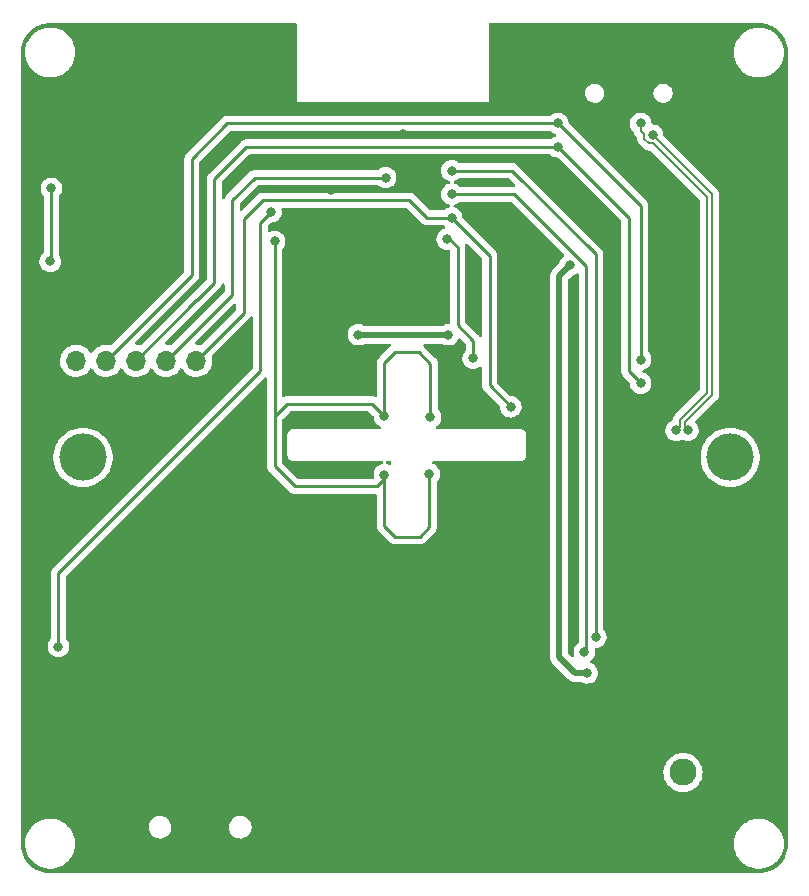
<source format=gbl>
%TF.GenerationSoftware,KiCad,Pcbnew,(6.0.7)*%
%TF.CreationDate,2022-11-21T20:08:05+01:00*%
%TF.ProjectId,Arbolito,4172626f-6c69-4746-9f2e-6b696361645f,rev?*%
%TF.SameCoordinates,Original*%
%TF.FileFunction,Copper,L2,Bot*%
%TF.FilePolarity,Positive*%
%FSLAX46Y46*%
G04 Gerber Fmt 4.6, Leading zero omitted, Abs format (unit mm)*
G04 Created by KiCad (PCBNEW (6.0.7)) date 2022-11-21 20:08:05*
%MOMM*%
%LPD*%
G01*
G04 APERTURE LIST*
%TA.AperFunction,ComponentPad*%
%ADD10O,1X2.2*%
%TD*%
%TA.AperFunction,ComponentPad*%
%ADD11R,1.7X1.7*%
%TD*%
%TA.AperFunction,ComponentPad*%
%ADD12O,1.7X1.7*%
%TD*%
%TA.AperFunction,ComponentPad*%
%ADD13C,2.286*%
%TD*%
%TA.AperFunction,ComponentPad*%
%ADD14C,4*%
%TD*%
%TA.AperFunction,ViaPad*%
%ADD15C,0.8*%
%TD*%
%TA.AperFunction,Conductor*%
%ADD16C,0.5*%
%TD*%
%TA.AperFunction,Conductor*%
%ADD17C,0.25*%
%TD*%
%TA.AperFunction,Conductor*%
%ADD18C,0.2*%
%TD*%
G04 APERTURE END LIST*
D10*
%TO.P,P1,S1,SHIELD*%
%TO.N,GND*%
X-0045000000Y-0079000000D02*
X0063275019Y0096032000D03*
X0063285000Y0091964307D03*
X0074732365Y0091964307D03*
X0074715000Y0096240000D03*
%TD*%
D11*
%TO.P,J2,1,Pin_1*%
%TO.N,GND*%
X0034900000Y0069900000D03*
D12*
%TO.P,J2,2,Pin_2*%
%TO.N,/GPIO0*%
X0032360000Y0069900000D03*
%TO.P,J2,3,Pin_3*%
%TO.N,/nRST*%
X0029820000Y0069900000D03*
%TO.P,J2,4,Pin_4*%
%TO.N,/TX*%
X0027280000Y0069900000D03*
%TO.P,J2,5,Pin_5*%
%TO.N,/RX*%
X0024740000Y0069900000D03*
%TO.P,J2,6,Pin_6*%
%TO.N,+3.3V*%
X0022200000Y0069900000D03*
%TD*%
D13*
%TO.P,J1,1,Pin_1*%
%TO.N,GND*%
X0060879999Y0035040000D03*
%TO.P,J1,2,Pin_2*%
%TO.N,Net-(J1-Pad2)*%
X0073580000Y0035039999D03*
D14*
%TO.P,J1,3*%
%TO.N,N/C*%
X0022780000Y0061710000D03*
X0077580000Y0061710000D03*
%TD*%
D15*
%TO.N,GND*%
X0043790000Y0084389999D03*
X0049890000Y0089090000D03*
X0059000000Y0076000000D03*
X0070030000Y0061979999D03*
X0032700000Y0053199999D03*
X0076400000Y0088900000D03*
X0024900000Y0078400000D03*
X0074000000Y0067000000D03*
X0044000000Y0050000000D03*
X0072700000Y0077500000D03*
X0026300000Y0054900000D03*
X0030100000Y0084000000D03*
X0044000000Y0053000000D03*
X0073000000Y0067000000D03*
X0074000000Y0068000000D03*
X0035000000Y0057199999D03*
X0072500000Y0083600000D03*
X0073000000Y0068000000D03*
X0073150000Y0058470000D03*
X0079060000Y0065449999D03*
X0024900000Y0084400000D03*
X0062329500Y0043254000D03*
%TO.N,+3.3V*%
X0064000000Y0078000000D03*
X0046100000Y0072100000D03*
X0053700000Y0072100000D03*
X0065462500Y0043462500D03*
%TO.N,/nRST*%
X0053600000Y0080199999D03*
X0055800000Y0070100000D03*
X0048400000Y0085400000D03*
%TO.N,/D+*%
X0073000000Y0064000000D03*
X0070000000Y0090000000D03*
%TO.N,/D-*%
X0071000000Y0089000000D03*
X0074000000Y0064000000D03*
%TO.N,/GPIO0*%
X0054000000Y0082000000D03*
X0059000000Y0066000000D03*
%TO.N,/RX*%
X0070000000Y0070000000D03*
X0063000000Y0090000000D03*
%TO.N,/TX*%
X0063000000Y0088000000D03*
X0070000000Y0068000000D03*
%TO.N,Net-(R16-Pad1)*%
X0020100000Y0084500000D03*
X0020000000Y0078300000D03*
%TO.N,/SCL*%
X0054000000Y0084000000D03*
X0065230000Y0045254000D03*
%TO.N,/SDA*%
X0066200000Y0046500000D03*
X0054000000Y0086000000D03*
%TO.N,/DIN*%
X0039000000Y0080000000D03*
X0052200000Y0065099999D03*
X0048300000Y0065199999D03*
X0048300000Y0060250000D03*
X0052100000Y0060300000D03*
%TO.N,/Boton*%
X0020700000Y0045700000D03*
X0038700000Y0082500000D03*
%TD*%
D16*
%TO.N,+3.3V*%
X0063100000Y0044800000D02*
X0063100000Y0077100000D01*
X0053700000Y0072100000D02*
X0046100000Y0072100000D01*
X0063100000Y0077100000D02*
X0064000000Y0078000000D01*
X0064437500Y0043462500D02*
X0063100000Y0044800000D01*
X0065462500Y0043462500D02*
X0064437500Y0043462500D01*
D17*
%TO.N,/nRST*%
X0053600000Y0080199999D02*
X0053800000Y0080199999D01*
X0035400000Y0083500000D02*
X0035400000Y0075479999D01*
X0054500000Y0079500000D02*
X0054500000Y0072900000D01*
X0054500000Y0072900000D02*
X0055800000Y0071600000D01*
X0053800000Y0080199999D02*
X0054500000Y0079500000D01*
X0055800000Y0071600000D02*
X0055800000Y0070100000D01*
X0037300000Y0085400000D02*
X0035400000Y0083500000D01*
X0035400000Y0075479999D02*
X0029820000Y0069900000D01*
X0048400000Y0085400000D02*
X0037300000Y0085400000D01*
D18*
%TO.N,/D+*%
X0070710050Y0088300000D02*
X0070300000Y0088710050D01*
X0073000000Y0064000000D02*
X0073325001Y0064325000D01*
X0075600000Y0067165686D02*
X0075600000Y0083763601D01*
X0073325001Y0064890687D02*
X0075600000Y0067165686D01*
X0070300000Y0088710050D02*
X0070300000Y0089063602D01*
X0070000000Y0089363601D02*
X0070000000Y0090000000D01*
X0070300000Y0089063602D02*
X0070000000Y0089363601D01*
X0075600000Y0083763601D02*
X0071063602Y0088300000D01*
X0071063602Y0088300000D02*
X0070710050Y0088300000D01*
X0073325001Y0064325000D02*
X0073325001Y0064890687D01*
%TO.N,/D-*%
X0073725001Y0064274999D02*
X0073725001Y0064725000D01*
X0076000000Y0067000000D02*
X0076000000Y0084000000D01*
X0076000000Y0084000000D02*
X0071000000Y0089000000D01*
X0074000000Y0064000000D02*
X0073725001Y0064274999D01*
X0073725001Y0064725000D02*
X0076000000Y0067000000D01*
D17*
%TO.N,/GPIO0*%
X0038000000Y0083500000D02*
X0050400000Y0083500000D01*
X0050400000Y0083500000D02*
X0051900000Y0082000000D01*
X0054000000Y0082000000D02*
X0057200000Y0078800000D01*
X0032360000Y0069900000D02*
X0036400000Y0073940000D01*
X0057200000Y0067800000D02*
X0059000000Y0066000000D01*
X0057200000Y0078800000D02*
X0057200000Y0067800000D01*
X0036400000Y0073940000D02*
X0036400000Y0081900000D01*
X0051900000Y0082000000D02*
X0054000000Y0082000000D01*
X0036400000Y0081900000D02*
X0038000000Y0083500000D01*
%TO.N,/RX*%
X0070000000Y0083000000D02*
X0063000000Y0090000000D01*
X0035000000Y0090000000D02*
X0063000000Y0090000000D01*
X0032000000Y0077160000D02*
X0032000000Y0087000000D01*
X0070000000Y0070000000D02*
X0070000000Y0083000000D01*
X0032000000Y0087000000D02*
X0035000000Y0090000000D01*
X0024740000Y0069900000D02*
X0032000000Y0077160000D01*
%TO.N,/TX*%
X0032380000Y0075000000D02*
X0032400000Y0075000000D01*
X0027280000Y0069900000D02*
X0032380000Y0075000000D01*
X0032400000Y0075000000D02*
X0033900000Y0076500000D01*
X0036600000Y0088000000D02*
X0063000000Y0088000000D01*
X0069000000Y0082000000D02*
X0069000000Y0069000000D01*
X0033900000Y0076500000D02*
X0033900000Y0085300000D01*
X0033900000Y0085300000D02*
X0036600000Y0088000000D01*
X0069000000Y0069000000D02*
X0070000000Y0068000000D01*
X0063000000Y0088000000D02*
X0069000000Y0082000000D01*
%TO.N,Net-(R16-Pad1)*%
X0020100000Y0078400000D02*
X0020000000Y0078300000D01*
X0020100000Y0084500000D02*
X0020100000Y0078400000D01*
%TO.N,/SCL*%
X0065230000Y0045254000D02*
X0065400000Y0045424000D01*
X0065400000Y0077900000D02*
X0059300000Y0084000000D01*
X0059300000Y0084000000D02*
X0054000000Y0084000000D01*
X0065400000Y0045424000D02*
X0065400000Y0077900000D01*
%TO.N,/SDA*%
X0059100000Y0086000000D02*
X0054000000Y0086000000D01*
X0066200000Y0046500000D02*
X0066200000Y0078900000D01*
X0066200000Y0078900000D02*
X0059100000Y0086000000D01*
%TO.N,/DIN*%
X0052200000Y0069650000D02*
X0052200000Y0065099999D01*
X0051300000Y0055000000D02*
X0049200000Y0055000000D01*
X0052100000Y0060300000D02*
X0052100000Y0055800000D01*
X0048300000Y0060250000D02*
X0048300000Y0059849999D01*
X0039000000Y0065199999D02*
X0039000000Y0080000000D01*
X0040700000Y0059250000D02*
X0039000000Y0060949999D01*
X0051250000Y0070600000D02*
X0052200000Y0069650000D01*
X0048300000Y0055900000D02*
X0048300000Y0060250000D01*
X0047250000Y0066250000D02*
X0040050000Y0066250000D01*
X0048300000Y0065199999D02*
X0047250000Y0066250000D01*
X0052100000Y0055800000D02*
X0051300000Y0055000000D01*
X0048300000Y0065199999D02*
X0048300000Y0069699999D01*
X0049200000Y0070600000D02*
X0051250000Y0070600000D01*
X0040050000Y0066250000D02*
X0039000000Y0065199999D01*
X0048300000Y0069699999D02*
X0049200000Y0070600000D01*
X0047650000Y0059250000D02*
X0040700000Y0059250000D01*
X0039000000Y0060949999D02*
X0039000000Y0065199999D01*
X0049200000Y0055000000D02*
X0048300000Y0055900000D01*
X0048300000Y0059849999D02*
X0047700000Y0059250000D01*
%TO.N,/Boton*%
X0037800000Y0081600000D02*
X0037800000Y0069000000D01*
X0037800000Y0069000000D02*
X0020700000Y0051900000D01*
X0038700000Y0082500000D02*
X0037800000Y0081600000D01*
X0020700000Y0051900000D02*
X0020700000Y0045700000D01*
%TD*%
%TA.AperFunction,Conductor*%
%TO.N,GND*%
G36*
X0017510000Y0095970018D02*
G01*
X0017512310Y0095984850D01*
X0017512310Y0095984855D01*
X0017513691Y0095993723D01*
X0017511442Y0096010922D01*
X0017510609Y0096034863D01*
X0017526206Y0096292710D01*
X0017528040Y0096307814D01*
X0017541229Y0096379786D01*
X0017579525Y0096588760D01*
X0017583164Y0096603525D01*
X0017668142Y0096876230D01*
X0017673534Y0096890445D01*
X0017771547Y0097108223D01*
X0017790757Y0097150905D01*
X0017797828Y0097164379D01*
X0017945595Y0097408813D01*
X0017954238Y0097421334D01*
X0018130385Y0097646171D01*
X0018140475Y0097657559D01*
X0018342440Y0097859524D01*
X0018353828Y0097869614D01*
X0018374527Y0097885831D01*
X0018578666Y0098045762D01*
X0018591187Y0098054405D01*
X0018835621Y0098202171D01*
X0018849092Y0098209241D01*
X0019109555Y0098326466D01*
X0019123769Y0098331858D01*
X0019306197Y0098388704D01*
X0019396473Y0098416835D01*
X0019411240Y0098420475D01*
X0019564841Y0098448624D01*
X0019692186Y0098471960D01*
X0019707290Y0098473794D01*
X0019957904Y0098488953D01*
X0019984716Y0098487692D01*
X0019984852Y0098487689D01*
X0019993724Y0098486309D01*
X0020002626Y0098487473D01*
X0020002628Y0098487473D01*
X0020025283Y0098490435D01*
X0020041621Y0098491500D01*
X0040754000Y0098491500D01*
X0040822121Y0098471498D01*
X0040868614Y0098417842D01*
X0040880000Y0098365500D01*
X0040880000Y0091800000D01*
X0057120000Y0091800000D01*
X0057120000Y0098365500D01*
X0057140002Y0098433620D01*
X0057193658Y0098480113D01*
X0057246000Y0098491500D01*
X0079950633Y0098491500D01*
X0079970018Y0098490000D01*
X0079984851Y0098487689D01*
X0079984855Y0098487689D01*
X0079993724Y0098486309D01*
X0080010919Y0098488558D01*
X0080034863Y0098489391D01*
X0080292710Y0098473794D01*
X0080307814Y0098471960D01*
X0080588754Y0098420477D01*
X0080603526Y0098416835D01*
X0080695036Y0098388320D01*
X0080876227Y0098331859D01*
X0080890445Y0098326466D01*
X0081150906Y0098209242D01*
X0081164379Y0098202171D01*
X0081408813Y0098054405D01*
X0081421334Y0098045762D01*
X0081608889Y0097898823D01*
X0081628423Y0097883520D01*
X0081646171Y0097869615D01*
X0081657560Y0097859524D01*
X0081859525Y0097657559D01*
X0081869615Y0097646171D01*
X0082045762Y0097421334D01*
X0082054405Y0097408813D01*
X0082202172Y0097164379D01*
X0082209242Y0097150907D01*
X0082326466Y0096890445D01*
X0082331858Y0096876230D01*
X0082416836Y0096603527D01*
X0082420475Y0096588760D01*
X0082458771Y0096379786D01*
X0082471960Y0096307814D01*
X0082473794Y0096292710D01*
X0082488953Y0096042095D01*
X0082487692Y0096015284D01*
X0082487690Y0096015148D01*
X0082486309Y0096006276D01*
X0082487473Y0095997374D01*
X0082487473Y0095997372D01*
X0082489391Y0095982707D01*
X0082490436Y0095974714D01*
X0082491500Y0095958379D01*
X0082491500Y0029049366D01*
X0082490000Y0029029981D01*
X0082487690Y0029015148D01*
X0082487690Y0029015144D01*
X0082486309Y0029006275D01*
X0082488558Y0028989076D01*
X0082489391Y0028965136D01*
X0082473794Y0028707289D01*
X0082471960Y0028692185D01*
X0082458771Y0028620213D01*
X0082420475Y0028411239D01*
X0082416836Y0028396472D01*
X0082331858Y0028123768D01*
X0082326466Y0028109554D01*
X0082209242Y0027849091D01*
X0082202172Y0027835620D01*
X0082054405Y0027591186D01*
X0082045762Y0027578665D01*
X0081869615Y0027353828D01*
X0081859525Y0027342439D01*
X0081657560Y0027140474D01*
X0081646171Y0027130384D01*
X0081628423Y0027116480D01*
X0081608889Y0027101175D01*
X0081421334Y0026954237D01*
X0081408813Y0026945594D01*
X0081164379Y0026797827D01*
X0081150906Y0026790756D01*
X0080890445Y0026673533D01*
X0080876227Y0026668140D01*
X0080695036Y0026611679D01*
X0080603526Y0026583163D01*
X0080588754Y0026579522D01*
X0080307814Y0026528039D01*
X0080292710Y0026526205D01*
X0080132703Y0026516527D01*
X0080132703Y0026890742D01*
X0080417734Y0026928267D01*
X0080695036Y0027004128D01*
X0080959476Y0027116922D01*
X0080979142Y0027128692D01*
X0081150906Y0027231491D01*
X0081206161Y0027264560D01*
X0081430528Y0027444312D01*
X0081628423Y0027652850D01*
X0081796186Y0027886316D01*
X0081798195Y0027890111D01*
X0081798196Y0027890112D01*
X0081809715Y0027911868D01*
X0081930712Y0028140391D01*
X0082029511Y0028410372D01*
X0082090755Y0028691263D01*
X0082093004Y0028719840D01*
X0082108307Y0028914281D01*
X0082108307Y0028914290D01*
X0082108500Y0028916738D01*
X0082108500Y0029072270D01*
X0082108354Y0029074406D01*
X0082108354Y0029074417D01*
X0082094165Y0029282547D01*
X0082094164Y0029282553D01*
X0082093873Y0029286824D01*
X0082093004Y0029291019D01*
X0082093004Y0029291021D01*
X0082050464Y0029496439D01*
X0082035574Y0029568341D01*
X0081939607Y0029839342D01*
X0081864915Y0029984056D01*
X0081809715Y0030091004D01*
X0081809715Y0030091005D01*
X0081807750Y0030094811D01*
X0081805289Y0030098312D01*
X0081805287Y0030098316D01*
X0081725095Y0030212417D01*
X0081642441Y0030330022D01*
X0081446740Y0030540621D01*
X0081224268Y0030722712D01*
X0080979142Y0030872926D01*
X0080715898Y0030988482D01*
X0080439406Y0031067243D01*
X0080154784Y0031107750D01*
X0080136951Y0031107844D01*
X0080132703Y0031107866D01*
X0080132703Y0093890742D01*
X0080417734Y0093928268D01*
X0080695036Y0094004129D01*
X0080959476Y0094116923D01*
X0080979142Y0094128693D01*
X0081150906Y0094231492D01*
X0081206161Y0094264560D01*
X0081430528Y0094444313D01*
X0081628423Y0094652851D01*
X0081796186Y0094886316D01*
X0081798195Y0094890111D01*
X0081798196Y0094890113D01*
X0081809715Y0094911869D01*
X0081930712Y0095140391D01*
X0082029511Y0095410373D01*
X0082090755Y0095691263D01*
X0082093004Y0095719841D01*
X0082108307Y0095914281D01*
X0082108307Y0095914290D01*
X0082108500Y0095916739D01*
X0082108500Y0096072271D01*
X0082108354Y0096074407D01*
X0082108354Y0096074418D01*
X0082094165Y0096282547D01*
X0082094164Y0096282554D01*
X0082093873Y0096286825D01*
X0082093004Y0096291020D01*
X0082093004Y0096291022D01*
X0082050464Y0096496440D01*
X0082035574Y0096568342D01*
X0081939607Y0096839343D01*
X0081864915Y0096984057D01*
X0081809715Y0097091005D01*
X0081809715Y0097091006D01*
X0081807750Y0097094811D01*
X0081805289Y0097098312D01*
X0081805287Y0097098317D01*
X0081725095Y0097212418D01*
X0081642441Y0097330023D01*
X0081446740Y0097540622D01*
X0081224268Y0097722713D01*
X0080979142Y0097872927D01*
X0080715898Y0097988483D01*
X0080439406Y0098067243D01*
X0080154784Y0098107751D01*
X0080136951Y0098107845D01*
X0079871583Y0098109235D01*
X0079871576Y0098109235D01*
X0079867297Y0098109257D01*
X0079855702Y0098107731D01*
X0079586522Y0098072292D01*
X0079582266Y0098071732D01*
X0079304964Y0097995871D01*
X0079280170Y0097985295D01*
X0079044476Y0097884762D01*
X0079044472Y0097884761D01*
X0079040524Y0097883076D01*
X0078793839Y0097735439D01*
X0078569472Y0097555687D01*
X0078371577Y0097347149D01*
X0078203814Y0097113683D01*
X0078192250Y0097091843D01*
X0078179972Y0097068654D01*
X0078069288Y0096859608D01*
X0077970489Y0096589627D01*
X0077909245Y0096308736D01*
X0077906801Y0096277684D01*
X0077891693Y0096085718D01*
X0077891693Y0096085709D01*
X0077891500Y0096083261D01*
X0077891500Y0095927729D01*
X0077891646Y0095925592D01*
X0077891646Y0095925581D01*
X0077905835Y0095717452D01*
X0077905836Y0095717446D01*
X0077906127Y0095713175D01*
X0077906996Y0095708980D01*
X0077906996Y0095708978D01*
X0077935276Y0095572417D01*
X0077964426Y0095431658D01*
X0078060393Y0095160656D01*
X0078192250Y0094905188D01*
X0078194711Y0094901687D01*
X0078194713Y0094901682D01*
X0078201804Y0094891594D01*
X0078357559Y0094669976D01*
X0078371577Y0094654891D01*
X0078505266Y0094511025D01*
X0078553260Y0094459377D01*
X0078775732Y0094277287D01*
X0079020858Y0094127073D01*
X0079284102Y0094011517D01*
X0079288229Y0094010342D01*
X0079288230Y0094010341D01*
X0079301016Y0094006699D01*
X0079560594Y0093932756D01*
X0079845216Y0093892248D01*
X0079849505Y0093892226D01*
X0079849512Y0093892226D01*
X0080128417Y0093890764D01*
X0080132703Y0093890742D01*
X0080132703Y0031107866D01*
X0079871583Y0031109234D01*
X0079871576Y0031109234D01*
X0079867297Y0031109256D01*
X0079855702Y0031107730D01*
X0079586522Y0031072291D01*
X0079582266Y0031071731D01*
X0079304964Y0030995870D01*
X0079280170Y0030985294D01*
X0079044476Y0030884762D01*
X0079044472Y0030884760D01*
X0079040524Y0030883076D01*
X0078793839Y0030735438D01*
X0078569472Y0030555686D01*
X0078371577Y0030347148D01*
X0078203814Y0030113682D01*
X0078192250Y0030091842D01*
X0078179972Y0030068653D01*
X0078069288Y0029859607D01*
X0077970489Y0029589626D01*
X0077909245Y0029308735D01*
X0077906801Y0029277684D01*
X0077891693Y0029085717D01*
X0077891693Y0029085708D01*
X0077891500Y0029083260D01*
X0077891500Y0028927728D01*
X0077891646Y0028925592D01*
X0077891646Y0028925581D01*
X0077905835Y0028717451D01*
X0077905836Y0028717445D01*
X0077906127Y0028713174D01*
X0077906996Y0028708979D01*
X0077906996Y0028708977D01*
X0077935276Y0028572416D01*
X0077964426Y0028431657D01*
X0078060393Y0028160656D01*
X0078192250Y0027905187D01*
X0078194711Y0027901686D01*
X0078194713Y0027901682D01*
X0078201804Y0027891593D01*
X0078357559Y0027669976D01*
X0078371577Y0027654891D01*
X0078505266Y0027511025D01*
X0078553260Y0027459377D01*
X0078775732Y0027277286D01*
X0079020858Y0027127072D01*
X0079284102Y0027011516D01*
X0079288229Y0027010341D01*
X0079288230Y0027010340D01*
X0079301016Y0027006698D01*
X0079560594Y0026932755D01*
X0079845216Y0026892248D01*
X0079849505Y0026892226D01*
X0079849512Y0026892225D01*
X0080128417Y0026890764D01*
X0080132703Y0026890742D01*
X0080132703Y0026516527D01*
X0080045768Y0026511268D01*
X0080022216Y0026512519D01*
X0080022199Y0026512333D01*
X0080017350Y0026512768D01*
X0080012552Y0026513575D01*
X0080000000Y0026513728D01*
X0079972376Y0026509772D01*
X0079954514Y0026508499D01*
X0077580000Y0026508499D01*
X0077580000Y0059196540D01*
X0077895020Y0059216359D01*
X0078205072Y0059275505D01*
X0078505266Y0059373043D01*
X0078508852Y0059374731D01*
X0078508856Y0059374732D01*
X0078787283Y0059505750D01*
X0078787290Y0059505753D01*
X0078790869Y0059507438D01*
X0079057375Y0059676568D01*
X0079060427Y0059679092D01*
X0079288230Y0059867549D01*
X0079300582Y0059877767D01*
X0079516654Y0060107859D01*
X0079702184Y0060363221D01*
X0079854247Y0060639821D01*
X0079855700Y0060643490D01*
X0079855702Y0060643495D01*
X0079954514Y0060893066D01*
X0079970443Y0060933298D01*
X0080048940Y0061239025D01*
X0080088500Y0061552178D01*
X0080088500Y0061867820D01*
X0080048940Y0062180974D01*
X0079970443Y0062486702D01*
X0079954514Y0062526934D01*
X0079855702Y0062776504D01*
X0079855700Y0062776510D01*
X0079854247Y0062780179D01*
X0079702184Y0063056779D01*
X0079516654Y0063312140D01*
X0079300582Y0063542233D01*
X0079288230Y0063552451D01*
X0079060427Y0063740906D01*
X0079057375Y0063743432D01*
X0078790869Y0063912562D01*
X0078787290Y0063914245D01*
X0078787283Y0063914250D01*
X0078508856Y0064045266D01*
X0078508852Y0064045268D01*
X0078505266Y0064046955D01*
X0078205072Y0064144495D01*
X0077895020Y0064203641D01*
X0077580000Y0064223459D01*
X0077264980Y0064203641D01*
X0076954928Y0064144495D01*
X0076654734Y0064046955D01*
X0076651144Y0064045266D01*
X0076372717Y0063914250D01*
X0076372710Y0063914245D01*
X0076369131Y0063912562D01*
X0076102625Y0063743432D01*
X0075859418Y0063542233D01*
X0075643346Y0063312140D01*
X0075457816Y0063056779D01*
X0075305753Y0062780179D01*
X0075304300Y0062776510D01*
X0075304298Y0062776504D01*
X0075191010Y0062490372D01*
X0075191010Y0062490371D01*
X0075189557Y0062486702D01*
X0075111060Y0062180974D01*
X0075071500Y0061867820D01*
X0075071500Y0061552178D01*
X0075111060Y0061239025D01*
X0075189557Y0060933298D01*
X0075191010Y0060929629D01*
X0075191010Y0060929628D01*
X0075304298Y0060643495D01*
X0075304300Y0060643490D01*
X0075305753Y0060639821D01*
X0075457816Y0060363221D01*
X0075643346Y0060107859D01*
X0075859418Y0059877767D01*
X0076102625Y0059676568D01*
X0076369131Y0059507438D01*
X0076372710Y0059505753D01*
X0076372717Y0059505750D01*
X0076651144Y0059374732D01*
X0076654734Y0059373043D01*
X0076954928Y0059275505D01*
X0077264980Y0059216359D01*
X0077580000Y0059196540D01*
X0077580000Y0026508499D01*
X0073580000Y0026508499D01*
X0073580000Y0033383392D01*
X0073839150Y0033403788D01*
X0074091920Y0033464472D01*
X0074096491Y0033466365D01*
X0074096493Y0033466366D01*
X0074196206Y0033507669D01*
X0074332084Y0033563951D01*
X0074553729Y0033699776D01*
X0074557496Y0033702993D01*
X0074557497Y0033702994D01*
X0074673958Y0033802461D01*
X0074751398Y0033868601D01*
X0074754611Y0033872363D01*
X0074866109Y0034002911D01*
X0074920223Y0034066270D01*
X0075056048Y0034287915D01*
X0075057941Y0034292485D01*
X0075057942Y0034292487D01*
X0075153633Y0034523506D01*
X0075155527Y0034528079D01*
X0075176285Y0034614542D01*
X0075215056Y0034776036D01*
X0075215057Y0034776042D01*
X0075216211Y0034780849D01*
X0075236607Y0035039999D01*
X0075216211Y0035299149D01*
X0075215057Y0035303956D01*
X0075215056Y0035303962D01*
X0075176285Y0035465456D01*
X0075155527Y0035551919D01*
X0075153633Y0035556492D01*
X0075057942Y0035787511D01*
X0075057941Y0035787513D01*
X0075056048Y0035792083D01*
X0074920223Y0036013728D01*
X0074866109Y0036077088D01*
X0074754611Y0036207635D01*
X0074751398Y0036211397D01*
X0074673958Y0036277537D01*
X0074557497Y0036377004D01*
X0074557496Y0036377005D01*
X0074553729Y0036380222D01*
X0074332084Y0036516047D01*
X0074196206Y0036572330D01*
X0074096493Y0036613632D01*
X0074096491Y0036613633D01*
X0074091920Y0036615526D01*
X0074000000Y0036637594D01*
X0074000000Y0063086496D01*
X0074189928Y0063106458D01*
X0074371556Y0063165472D01*
X0074536944Y0063260960D01*
X0074541851Y0063265378D01*
X0074541852Y0063265378D01*
X0074632693Y0063347173D01*
X0074678866Y0063388746D01*
X0074791118Y0063543248D01*
X0074793802Y0063549275D01*
X0074793803Y0063549277D01*
X0074866109Y0063711681D01*
X0074868794Y0063717712D01*
X0074888647Y0063811113D01*
X0074907128Y0063898056D01*
X0074907128Y0063898061D01*
X0074908500Y0063904513D01*
X0074908500Y0064095486D01*
X0074907128Y0064101938D01*
X0074907128Y0064101944D01*
X0074888647Y0064188886D01*
X0074868794Y0064282287D01*
X0074866109Y0064288319D01*
X0074793803Y0064450722D01*
X0074793802Y0064450724D01*
X0074791118Y0064456751D01*
X0074678866Y0064611253D01*
X0074668577Y0064620518D01*
X0074631339Y0064680963D01*
X0074632693Y0064751947D01*
X0074663795Y0064803246D01*
X0076396234Y0066535685D01*
X0076408625Y0066546551D01*
X0076433987Y0066566013D01*
X0076458474Y0066597925D01*
X0076458477Y0066597927D01*
X0076465850Y0066607537D01*
X0076531524Y0066693125D01*
X0076592838Y0066841150D01*
X0076608500Y0066960115D01*
X0076608500Y0066960119D01*
X0076608501Y0066960128D01*
X0076612672Y0066991812D01*
X0076613750Y0067000000D01*
X0076609578Y0067031692D01*
X0076608500Y0067048136D01*
X0076608500Y0083951864D01*
X0076609578Y0083968307D01*
X0076613750Y0084000000D01*
X0076612672Y0084008188D01*
X0076608501Y0084039874D01*
X0076608500Y0084039884D01*
X0076608500Y0084039885D01*
X0076608498Y0084039900D01*
X0076595391Y0084139457D01*
X0076593916Y0084150664D01*
X0076593915Y0084150666D01*
X0076592838Y0084158851D01*
X0076531524Y0084306875D01*
X0076458477Y0084402072D01*
X0076458474Y0084402075D01*
X0076433987Y0084433987D01*
X0076427432Y0084439017D01*
X0076408621Y0084453452D01*
X0076396230Y0084464318D01*
X0071945405Y0088915144D01*
X0071911379Y0088977455D01*
X0071908500Y0089004239D01*
X0071908500Y0089095486D01*
X0071907128Y0089101938D01*
X0071907128Y0089101944D01*
X0071884320Y0089209244D01*
X0071884320Y0091736404D01*
X0071891323Y0091737140D01*
X0071891324Y0091737140D01*
X0072006367Y0091749232D01*
X0072064712Y0091755363D01*
X0072236421Y0091813818D01*
X0072390912Y0091908862D01*
X0072395947Y0091913793D01*
X0072395950Y0091913795D01*
X0072468774Y0091985109D01*
X0072520507Y0092035771D01*
X0072618765Y0092188238D01*
X0072621174Y0092194858D01*
X0072621176Y0092194861D01*
X0072678394Y0092352066D01*
X0072680803Y0092358685D01*
X0072698500Y0092498769D01*
X0072698500Y0092595610D01*
X0072683397Y0092730255D01*
X0072678394Y0092744622D01*
X0072626064Y0092894894D01*
X0072626062Y0092894896D01*
X0072623745Y0092901552D01*
X0072618765Y0092909522D01*
X0072531359Y0093049401D01*
X0072527626Y0093055376D01*
X0072515475Y0093067612D01*
X0072404778Y0093179084D01*
X0072404774Y0093179088D01*
X0072399815Y0093184081D01*
X0072246666Y0093281273D01*
X0072206197Y0093295683D01*
X0072082425Y0093339756D01*
X0072082420Y0093339757D01*
X0072075790Y0093342119D01*
X0071895680Y0093363596D01*
X0071877327Y0093361667D01*
X0071722288Y0093345372D01*
X0071722286Y0093345371D01*
X0071715288Y0093344636D01*
X0071543579Y0093286182D01*
X0071389088Y0093191138D01*
X0071384053Y0093186207D01*
X0071384050Y0093186205D01*
X0071264525Y0093069156D01*
X0071264524Y0093069155D01*
X0071259493Y0093064229D01*
X0071161235Y0092911762D01*
X0071158826Y0092905142D01*
X0071158824Y0092905138D01*
X0071101606Y0092747933D01*
X0071101606Y0092747932D01*
X0071099197Y0092741314D01*
X0071081500Y0092601231D01*
X0071081500Y0092504390D01*
X0071096603Y0092369745D01*
X0071098920Y0092363092D01*
X0071098920Y0092363091D01*
X0071153936Y0092205106D01*
X0071153938Y0092205103D01*
X0071156255Y0092198448D01*
X0071159991Y0092192468D01*
X0071183365Y0092155063D01*
X0071252374Y0092044624D01*
X0071257335Y0092039628D01*
X0071257336Y0092039627D01*
X0071375222Y0091920915D01*
X0071375226Y0091920911D01*
X0071380185Y0091915918D01*
X0071533334Y0091818727D01*
X0071539976Y0091816362D01*
X0071697575Y0091760243D01*
X0071697580Y0091760242D01*
X0071704210Y0091757881D01*
X0071711198Y0091757048D01*
X0071711201Y0091757047D01*
X0071834302Y0091742368D01*
X0071884320Y0091736404D01*
X0071884320Y0089209244D01*
X0071868794Y0089282288D01*
X0071866109Y0089288319D01*
X0071793803Y0089450722D01*
X0071793802Y0089450724D01*
X0071791118Y0089456752D01*
X0071678866Y0089611253D01*
X0071536944Y0089739039D01*
X0071371556Y0089834527D01*
X0071189928Y0089893542D01*
X0071159991Y0089896689D01*
X0071021330Y0089911262D01*
X0070955673Y0089938275D01*
X0070915043Y0089996497D01*
X0070908500Y0090036572D01*
X0070908500Y0090095486D01*
X0070907128Y0090101938D01*
X0070907128Y0090101944D01*
X0070888647Y0090188887D01*
X0070868794Y0090282288D01*
X0070848458Y0090327964D01*
X0070793803Y0090450722D01*
X0070793802Y0090450724D01*
X0070791118Y0090456752D01*
X0070678866Y0090611253D01*
X0070670170Y0090619082D01*
X0070541852Y0090734621D01*
X0070541851Y0090734622D01*
X0070536944Y0090739039D01*
X0070371556Y0090834527D01*
X0070189928Y0090893542D01*
X0070156956Y0090897008D01*
X0070006565Y0090912814D01*
X0070000000Y0090913503D01*
X0069810072Y0090893542D01*
X0069628444Y0090834527D01*
X0069603770Y0090820281D01*
X0069468774Y0090742341D01*
X0069463056Y0090739039D01*
X0069321134Y0090611253D01*
X0069208882Y0090456752D01*
X0069206198Y0090450724D01*
X0069206197Y0090450722D01*
X0069133891Y0090288319D01*
X0069133891Y0090288318D01*
X0069131206Y0090282288D01*
X0069111353Y0090188887D01*
X0069092872Y0090101944D01*
X0069092872Y0090101938D01*
X0069091500Y0090095486D01*
X0069091500Y0089904513D01*
X0069092872Y0089898061D01*
X0069092872Y0089898056D01*
X0069111353Y0089811112D01*
X0069131206Y0089717712D01*
X0069133891Y0089711682D01*
X0069133891Y0089711681D01*
X0069206197Y0089549277D01*
X0069206198Y0089549275D01*
X0069208882Y0089543248D01*
X0069321134Y0089388747D01*
X0069326033Y0089384335D01*
X0069326041Y0089384327D01*
X0069356706Y0089356717D01*
X0069393946Y0089296270D01*
X0069397317Y0089279530D01*
X0069404609Y0089224145D01*
X0069406084Y0089212938D01*
X0069406085Y0089212936D01*
X0069407162Y0089204750D01*
X0069468476Y0089056726D01*
X0069541523Y0088961530D01*
X0069541526Y0088961526D01*
X0069566013Y0088929615D01*
X0069572568Y0088924585D01*
X0069591379Y0088910149D01*
X0069603770Y0088899283D01*
X0069654595Y0088848458D01*
X0069688621Y0088786146D01*
X0069691500Y0088759363D01*
X0069691500Y0088758186D01*
X0069690422Y0088741740D01*
X0069687328Y0088718238D01*
X0069686250Y0088710050D01*
X0069687328Y0088701862D01*
X0069691499Y0088670178D01*
X0069691500Y0088670170D01*
X0069691500Y0088670165D01*
X0069707162Y0088551200D01*
X0069768476Y0088403175D01*
X0069768477Y0088403173D01*
X0069768477Y0088403174D01*
X0069841523Y0088307977D01*
X0069841526Y0088307975D01*
X0069866013Y0088276063D01*
X0069872568Y0088271032D01*
X0069891379Y0088256598D01*
X0069903770Y0088245731D01*
X0070245735Y0087903765D01*
X0070256602Y0087891375D01*
X0070276063Y0087866013D01*
X0070307975Y0087841525D01*
X0070307978Y0087841523D01*
X0070307986Y0087841517D01*
X0070371556Y0087792738D01*
X0070403174Y0087768476D01*
X0070477380Y0087737739D01*
X0070541852Y0087711034D01*
X0070544630Y0087709882D01*
X0070551200Y0087707162D01*
X0070559384Y0087706085D01*
X0070559386Y0087706084D01*
X0070633003Y0087696392D01*
X0070670165Y0087691499D01*
X0070670170Y0087691499D01*
X0070710050Y0087686250D01*
X0070718238Y0087687328D01*
X0070741740Y0087690422D01*
X0070758186Y0087691499D01*
X0070759363Y0087691499D01*
X0070827484Y0087671498D01*
X0070848458Y0087654595D01*
X0074954595Y0083548458D01*
X0074988621Y0083486145D01*
X0074991500Y0083459363D01*
X0074991500Y0067469924D01*
X0074971498Y0067401804D01*
X0074954595Y0067380830D01*
X0072928767Y0065355002D01*
X0072916376Y0065344134D01*
X0072897564Y0065329700D01*
X0072891014Y0065324673D01*
X0072866527Y0065292762D01*
X0072866524Y0065292758D01*
X0072832488Y0065248402D01*
X0072798505Y0065204116D01*
X0072798504Y0065204114D01*
X0072793477Y0065197563D01*
X0072732163Y0065049538D01*
X0072731085Y0065041350D01*
X0072731085Y0065041349D01*
X0072729610Y0065030145D01*
X0072729610Y0065030144D01*
X0072724885Y0064994255D01*
X0072717603Y0064938943D01*
X0072688880Y0064874017D01*
X0072639919Y0064841137D01*
X0072640758Y0064839254D01*
X0072634725Y0064836568D01*
X0072628444Y0064834527D01*
X0072463056Y0064739039D01*
X0072408602Y0064690010D01*
X0072326045Y0064615675D01*
X0072326044Y0064615674D01*
X0072321134Y0064611253D01*
X0072208882Y0064456751D01*
X0072206198Y0064450724D01*
X0072206197Y0064450722D01*
X0072133891Y0064288319D01*
X0072133891Y0064288318D01*
X0072131206Y0064282287D01*
X0072111353Y0064188887D01*
X0072092872Y0064101944D01*
X0072092872Y0064101938D01*
X0072091500Y0064095486D01*
X0072091500Y0063904513D01*
X0072092872Y0063898061D01*
X0072092872Y0063898056D01*
X0072111353Y0063811112D01*
X0072131206Y0063717712D01*
X0072133891Y0063711681D01*
X0072133891Y0063711681D01*
X0072206197Y0063549277D01*
X0072206198Y0063549275D01*
X0072208882Y0063543248D01*
X0072321134Y0063388746D01*
X0072326044Y0063384325D01*
X0072326045Y0063384324D01*
X0072408602Y0063309991D01*
X0072463056Y0063260960D01*
X0072531359Y0063221525D01*
X0072606271Y0063178275D01*
X0072628444Y0063165472D01*
X0072810072Y0063106458D01*
X0072816633Y0063105768D01*
X0072816635Y0063105768D01*
X0072832488Y0063104102D01*
X0073000000Y0063086496D01*
X0073189928Y0063106458D01*
X0073371556Y0063165472D01*
X0073377278Y0063168776D01*
X0073377279Y0063168777D01*
X0073437000Y0063203257D01*
X0073505995Y0063219995D01*
X0073563000Y0063203257D01*
X0073628444Y0063165472D01*
X0073810072Y0063106458D01*
X0074000000Y0063086496D01*
X0074000000Y0036637594D01*
X0073839150Y0036676210D01*
X0073580000Y0036696606D01*
X0073320850Y0036676210D01*
X0073068080Y0036615526D01*
X0073006565Y0036590046D01*
X0072832488Y0036517941D01*
X0072832486Y0036517940D01*
X0072827916Y0036516047D01*
X0072606271Y0036380222D01*
X0072408602Y0036211397D01*
X0072239777Y0036013728D01*
X0072103952Y0035792083D01*
X0072102059Y0035787513D01*
X0072102058Y0035787511D01*
X0072006367Y0035556492D01*
X0072006366Y0035556490D01*
X0072004473Y0035551919D01*
X0071983715Y0035465456D01*
X0071944944Y0035303962D01*
X0071944943Y0035303956D01*
X0071943789Y0035299149D01*
X0071923393Y0035039999D01*
X0071943789Y0034780849D01*
X0071944943Y0034776042D01*
X0071944944Y0034776036D01*
X0071983715Y0034614542D01*
X0072004473Y0034528079D01*
X0072006366Y0034523508D01*
X0072006367Y0034523506D01*
X0072102058Y0034292487D01*
X0072102059Y0034292485D01*
X0072103952Y0034287915D01*
X0072239777Y0034066270D01*
X0072408602Y0033868601D01*
X0072606271Y0033699776D01*
X0072827916Y0033563951D01*
X0072832486Y0033562058D01*
X0072832488Y0033562057D01*
X0073006565Y0033489952D01*
X0073068080Y0033464472D01*
X0073320850Y0033403788D01*
X0073580000Y0033383392D01*
X0073580000Y0026508499D01*
X0065462500Y0026508499D01*
X0065462500Y0042548996D01*
X0065652428Y0042568957D01*
X0065834056Y0042627973D01*
X0065999444Y0042723460D01*
X0066004351Y0042727878D01*
X0066004352Y0042727879D01*
X0066096109Y0042810497D01*
X0066141366Y0042851247D01*
X0066213364Y0042950343D01*
X0066229739Y0042972882D01*
X0066253618Y0043005748D01*
X0066256302Y0043011776D01*
X0066256303Y0043011778D01*
X0066328609Y0043174181D01*
X0066331294Y0043180212D01*
X0066351147Y0043273612D01*
X0066369628Y0043360556D01*
X0066369628Y0043360561D01*
X0066371000Y0043367013D01*
X0066371000Y0043557987D01*
X0066369628Y0043564438D01*
X0066369628Y0043564443D01*
X0066351147Y0043651388D01*
X0066331294Y0043744788D01*
X0066328609Y0043750819D01*
X0066256303Y0043913222D01*
X0066256302Y0043913224D01*
X0066253618Y0043919252D01*
X0066229739Y0043952118D01*
X0066213364Y0043974656D01*
X0066141366Y0044073753D01*
X0066096109Y0044114503D01*
X0066004352Y0044197120D01*
X0066004351Y0044197121D01*
X0065999444Y0044201539D01*
X0065834056Y0044297027D01*
X0065814439Y0044303400D01*
X0065755833Y0044343475D01*
X0065728196Y0044408871D01*
X0065740303Y0044478827D01*
X0065769064Y0044516869D01*
X0065908866Y0044642747D01*
X0065980864Y0044741843D01*
X0066004352Y0044774171D01*
X0066021118Y0044797247D01*
X0066023802Y0044803276D01*
X0066023803Y0044803278D01*
X0066070374Y0044907878D01*
X0066098794Y0044971712D01*
X0066115680Y0045051154D01*
X0066137128Y0045152056D01*
X0066137128Y0045152061D01*
X0066138500Y0045158513D01*
X0066138500Y0045349487D01*
X0066135331Y0045364397D01*
X0066119662Y0045438115D01*
X0066125064Y0045508906D01*
X0066167882Y0045565539D01*
X0066229738Y0045589622D01*
X0066288799Y0045595828D01*
X0066371000Y0045604468D01*
X0066389928Y0045606458D01*
X0066571556Y0045665473D01*
X0066736944Y0045760960D01*
X0066741851Y0045765378D01*
X0066741852Y0045765378D01*
X0066833003Y0045847452D01*
X0066878866Y0045888746D01*
X0066991118Y0046043248D01*
X0066993802Y0046049276D01*
X0066993803Y0046049278D01*
X0067066109Y0046211681D01*
X0067068794Y0046217712D01*
X0067088647Y0046311113D01*
X0067107128Y0046398056D01*
X0067107128Y0046398061D01*
X0067108500Y0046404512D01*
X0067108500Y0046595487D01*
X0067107128Y0046601939D01*
X0067107128Y0046601944D01*
X0067088647Y0046688886D01*
X0067068794Y0046782287D01*
X0067066109Y0046788319D01*
X0066993803Y0046950722D01*
X0066993802Y0046950723D01*
X0066991118Y0046956751D01*
X0066878866Y0047111253D01*
X0066873963Y0047115668D01*
X0066869540Y0047120580D01*
X0066870789Y0047121705D01*
X0066837949Y0047175014D01*
X0066833500Y0047208200D01*
X0066833500Y0078821233D01*
X0066834027Y0078832416D01*
X0066835702Y0078839909D01*
X0066835453Y0078847835D01*
X0066835453Y0078847836D01*
X0066833562Y0078907986D01*
X0066833500Y0078911945D01*
X0066833500Y0078939855D01*
X0066833003Y0078943791D01*
X0066832995Y0078943856D01*
X0066832062Y0078955693D01*
X0066831048Y0078987951D01*
X0066830922Y0078991970D01*
X0066830673Y0078999889D01*
X0066825021Y0079019342D01*
X0066821013Y0079038700D01*
X0066819468Y0079050930D01*
X0066819468Y0079050930D01*
X0066818474Y0079058797D01*
X0066815555Y0079066168D01*
X0066815555Y0079066170D01*
X0066802196Y0079099911D01*
X0066798351Y0079111142D01*
X0066788229Y0079145983D01*
X0066788229Y0079145984D01*
X0066786018Y0079153593D01*
X0066781985Y0079160412D01*
X0066781983Y0079160417D01*
X0066775707Y0079171028D01*
X0066767012Y0079188775D01*
X0066759552Y0079207617D01*
X0066733564Y0079243387D01*
X0066727048Y0079253307D01*
X0066708580Y0079284535D01*
X0066708578Y0079284538D01*
X0066704542Y0079291361D01*
X0066690221Y0079305682D01*
X0066677380Y0079320717D01*
X0066670131Y0079330694D01*
X0066665472Y0079337107D01*
X0066631395Y0079365298D01*
X0066622616Y0079373288D01*
X0059603657Y0086392247D01*
X0059596113Y0086400537D01*
X0059592000Y0086407018D01*
X0059542332Y0086453658D01*
X0059539491Y0086456413D01*
X0059519770Y0086476134D01*
X0059516575Y0086478612D01*
X0059507553Y0086486318D01*
X0059481101Y0086511158D01*
X0059475321Y0086516585D01*
X0059457568Y0086526345D01*
X0059441045Y0086537198D01*
X0059431306Y0086544752D01*
X0059425041Y0086549613D01*
X0059384457Y0086567175D01*
X0059373827Y0086572383D01*
X0059335060Y0086593695D01*
X0059327383Y0086595666D01*
X0059327378Y0086595667D01*
X0059315442Y0086598732D01*
X0059296730Y0086605138D01*
X0059291500Y0086607402D01*
X0059278145Y0086613181D01*
X0059270317Y0086614421D01*
X0059270310Y0086614422D01*
X0059234476Y0086620099D01*
X0059222856Y0086622504D01*
X0059187711Y0086631528D01*
X0059187710Y0086631528D01*
X0059180030Y0086633500D01*
X0059159776Y0086633500D01*
X0059140065Y0086635051D01*
X0059127886Y0086636980D01*
X0059120057Y0086638219D01*
X0059076038Y0086634059D01*
X0059064181Y0086633500D01*
X0054702524Y0086633500D01*
X0054634403Y0086653502D01*
X0054618221Y0086665857D01*
X0054536944Y0086739039D01*
X0054371556Y0086834527D01*
X0054189928Y0086893542D01*
X0054156956Y0086897008D01*
X0054006565Y0086912814D01*
X0054000000Y0086913503D01*
X0053849014Y0086897635D01*
X0053816635Y0086894231D01*
X0053816633Y0086894231D01*
X0053810072Y0086893542D01*
X0053628444Y0086834527D01*
X0053463056Y0086739039D01*
X0053416635Y0086697242D01*
X0053326045Y0086615675D01*
X0053326044Y0086615674D01*
X0053321134Y0086611253D01*
X0053208882Y0086456752D01*
X0053206198Y0086450724D01*
X0053206197Y0086450722D01*
X0053133891Y0086288319D01*
X0053133891Y0086288318D01*
X0053131206Y0086282288D01*
X0053111353Y0086188887D01*
X0053092872Y0086101944D01*
X0053092872Y0086101938D01*
X0053091500Y0086095486D01*
X0053091500Y0085904513D01*
X0053092872Y0085898061D01*
X0053092872Y0085898056D01*
X0053111353Y0085811113D01*
X0053131206Y0085717712D01*
X0053133891Y0085711682D01*
X0053133891Y0085711681D01*
X0053206197Y0085549277D01*
X0053206198Y0085549275D01*
X0053208882Y0085543248D01*
X0053321134Y0085388747D01*
X0053326044Y0085384325D01*
X0053326045Y0085384324D01*
X0053416635Y0085302758D01*
X0053463056Y0085260960D01*
X0053628444Y0085165472D01*
X0053727331Y0085133343D01*
X0053768909Y0085119833D01*
X0053827514Y0085079759D01*
X0053855151Y0085014363D01*
X0053843044Y0084944405D01*
X0053795038Y0084892100D01*
X0053768909Y0084880167D01*
X0053727331Y0084866658D01*
X0053628444Y0084834527D01*
X0053463056Y0084739039D01*
X0053416635Y0084697242D01*
X0053326045Y0084615675D01*
X0053326044Y0084615674D01*
X0053321134Y0084611253D01*
X0053208882Y0084456752D01*
X0053206198Y0084450724D01*
X0053206197Y0084450722D01*
X0053133891Y0084288319D01*
X0053133891Y0084288318D01*
X0053131206Y0084282288D01*
X0053111353Y0084188887D01*
X0053092872Y0084101944D01*
X0053092872Y0084101938D01*
X0053091500Y0084095486D01*
X0053091500Y0083904513D01*
X0053092872Y0083898061D01*
X0053092872Y0083898056D01*
X0053111353Y0083811113D01*
X0053131206Y0083717712D01*
X0053133891Y0083711682D01*
X0053133891Y0083711681D01*
X0053206197Y0083549277D01*
X0053206198Y0083549275D01*
X0053208882Y0083543248D01*
X0053321134Y0083388747D01*
X0053326044Y0083384325D01*
X0053326045Y0083384324D01*
X0053416635Y0083302758D01*
X0053463056Y0083260960D01*
X0053628444Y0083165472D01*
X0053727331Y0083133343D01*
X0053768909Y0083119833D01*
X0053827514Y0083079759D01*
X0053855151Y0083014363D01*
X0053843044Y0082944405D01*
X0053795038Y0082892100D01*
X0053768909Y0082880167D01*
X0053727331Y0082866658D01*
X0053628444Y0082834527D01*
X0053463056Y0082739039D01*
X0053381785Y0082665863D01*
X0053317779Y0082635146D01*
X0053297476Y0082633500D01*
X0052214594Y0082633500D01*
X0052146473Y0082653502D01*
X0052125499Y0082670404D01*
X0050903657Y0083892247D01*
X0050896113Y0083900537D01*
X0050892000Y0083907018D01*
X0050842332Y0083953658D01*
X0050839491Y0083956413D01*
X0050819770Y0083976134D01*
X0050816575Y0083978612D01*
X0050807553Y0083986318D01*
X0050781101Y0084011158D01*
X0050775321Y0084016585D01*
X0050764142Y0084022731D01*
X0050757568Y0084026345D01*
X0050741045Y0084037198D01*
X0050731306Y0084044752D01*
X0050725041Y0084049613D01*
X0050684457Y0084067175D01*
X0050673827Y0084072383D01*
X0050635060Y0084093695D01*
X0050627383Y0084095666D01*
X0050627378Y0084095667D01*
X0050615442Y0084098732D01*
X0050596730Y0084105138D01*
X0050591500Y0084107402D01*
X0050578145Y0084113181D01*
X0050534481Y0084120096D01*
X0050522860Y0084122503D01*
X0050487711Y0084131528D01*
X0050487710Y0084131528D01*
X0050480030Y0084133500D01*
X0050459769Y0084133500D01*
X0050440058Y0084135051D01*
X0050427885Y0084136979D01*
X0050420057Y0084138218D01*
X0050376046Y0084134059D01*
X0050364189Y0084133500D01*
X0038078768Y0084133500D01*
X0038067585Y0084134027D01*
X0038060092Y0084135702D01*
X0037992001Y0084133562D01*
X0037988044Y0084133500D01*
X0037960144Y0084133500D01*
X0037956153Y0084132995D01*
X0037944311Y0084132062D01*
X0037908036Y0084130923D01*
X0037900111Y0084130674D01*
X0037892497Y0084128462D01*
X0037892492Y0084128460D01*
X0037880659Y0084125023D01*
X0037861295Y0084121012D01*
X0037849064Y0084119466D01*
X0037841203Y0084118473D01*
X0037833836Y0084115557D01*
X0037833831Y0084115556D01*
X0037800092Y0084102197D01*
X0037788865Y0084098354D01*
X0037754022Y0084088230D01*
X0037746407Y0084086018D01*
X0037728972Y0084075707D01*
X0037711224Y0084067012D01*
X0037692383Y0084059552D01*
X0037656613Y0084033564D01*
X0037646693Y0084027048D01*
X0037615465Y0084008580D01*
X0037615462Y0084008578D01*
X0037608638Y0084004541D01*
X0037594317Y0083990220D01*
X0037579283Y0083977380D01*
X0037569306Y0083970131D01*
X0037562893Y0083965472D01*
X0037534702Y0083931395D01*
X0037526712Y0083922616D01*
X0036248595Y0082644500D01*
X0036186283Y0082610474D01*
X0036115467Y0082615539D01*
X0036058632Y0082658086D01*
X0036033821Y0082724606D01*
X0036033500Y0082733595D01*
X0036033500Y0083185406D01*
X0036053502Y0083253526D01*
X0036070405Y0083274500D01*
X0037525500Y0084729594D01*
X0037587812Y0084763621D01*
X0037614595Y0084766500D01*
X0047697476Y0084766500D01*
X0047765597Y0084746498D01*
X0047781779Y0084734141D01*
X0047863056Y0084660959D01*
X0048028444Y0084565473D01*
X0048210072Y0084506458D01*
X0048400000Y0084486495D01*
X0048406565Y0084487186D01*
X0048496206Y0084496608D01*
X0048589928Y0084506458D01*
X0048771556Y0084565473D01*
X0048777278Y0084568776D01*
X0048777279Y0084568777D01*
X0048794313Y0084578612D01*
X0048936944Y0084660959D01*
X0048941851Y0084665378D01*
X0048941852Y0084665379D01*
X0049014580Y0084730864D01*
X0049078866Y0084788747D01*
X0049191118Y0084943248D01*
X0049193802Y0084949276D01*
X0049193803Y0084949277D01*
X0049266109Y0085111681D01*
X0049268794Y0085117712D01*
X0049288647Y0085211113D01*
X0049307128Y0085298056D01*
X0049307128Y0085298060D01*
X0049308500Y0085304512D01*
X0049308500Y0085495487D01*
X0049307128Y0085501939D01*
X0049307128Y0085501944D01*
X0049288647Y0085588888D01*
X0049268794Y0085682288D01*
X0049266109Y0085688319D01*
X0049193803Y0085850721D01*
X0049193802Y0085850724D01*
X0049191118Y0085856752D01*
X0049078866Y0086011253D01*
X0049014580Y0086069135D01*
X0048941852Y0086134621D01*
X0048941851Y0086134622D01*
X0048936944Y0086139040D01*
X0048794313Y0086221387D01*
X0048777279Y0086231223D01*
X0048777278Y0086231224D01*
X0048771556Y0086234527D01*
X0048589928Y0086293542D01*
X0048496206Y0086303393D01*
X0048406565Y0086312814D01*
X0048400000Y0086313504D01*
X0048210072Y0086293542D01*
X0048028444Y0086234527D01*
X0047863056Y0086139040D01*
X0047781785Y0086065863D01*
X0047717779Y0086035147D01*
X0047697476Y0086033500D01*
X0037378768Y0086033500D01*
X0037367585Y0086034027D01*
X0037360092Y0086035701D01*
X0037292001Y0086033561D01*
X0037288044Y0086033500D01*
X0037260144Y0086033500D01*
X0037256153Y0086032996D01*
X0037244311Y0086032063D01*
X0037208036Y0086030923D01*
X0037200111Y0086030674D01*
X0037192497Y0086028461D01*
X0037192492Y0086028461D01*
X0037180659Y0086025023D01*
X0037161295Y0086021012D01*
X0037149064Y0086019466D01*
X0037141203Y0086018474D01*
X0037133836Y0086015557D01*
X0037133831Y0086015556D01*
X0037100092Y0086002198D01*
X0037088865Y0085998354D01*
X0037081561Y0085996231D01*
X0037046407Y0085986018D01*
X0037028972Y0085975707D01*
X0037011224Y0085967012D01*
X0036992383Y0085959552D01*
X0036956613Y0085933563D01*
X0036946693Y0085927048D01*
X0036915465Y0085908580D01*
X0036915462Y0085908578D01*
X0036908638Y0085904541D01*
X0036894317Y0085890221D01*
X0036879283Y0085877379D01*
X0036876135Y0085875093D01*
X0036862893Y0085865472D01*
X0036834702Y0085831394D01*
X0036826712Y0085822616D01*
X0035007747Y0084003651D01*
X0034999461Y0083996112D01*
X0034992982Y0083991999D01*
X0034946356Y0083942348D01*
X0034943602Y0083939506D01*
X0034923865Y0083919770D01*
X0034921385Y0083916573D01*
X0034913680Y0083907551D01*
X0034908036Y0083901541D01*
X0034883414Y0083875321D01*
X0034879595Y0083868374D01*
X0034879593Y0083868372D01*
X0034873652Y0083857565D01*
X0034862801Y0083841047D01*
X0034861293Y0083839103D01*
X0034850386Y0083825041D01*
X0034847241Y0083817771D01*
X0034847238Y0083817768D01*
X0034832826Y0083784462D01*
X0034827609Y0083773812D01*
X0034806305Y0083735060D01*
X0034801267Y0083715437D01*
X0034794863Y0083696733D01*
X0034789967Y0083685420D01*
X0034789967Y0083685419D01*
X0034786819Y0083678145D01*
X0034785579Y0083670320D01*
X0034785577Y0083670311D01*
X0034783948Y0083660025D01*
X0034753535Y0083595873D01*
X0034693267Y0083558347D01*
X0034622277Y0083559362D01*
X0034563106Y0083598594D01*
X0034534539Y0083663591D01*
X0034533500Y0083679737D01*
X0034533500Y0084985406D01*
X0034553502Y0085053527D01*
X0034570405Y0085074501D01*
X0036825499Y0087329595D01*
X0036887811Y0087363621D01*
X0036914594Y0087366500D01*
X0062297476Y0087366500D01*
X0062365597Y0087346498D01*
X0062381779Y0087334142D01*
X0062463056Y0087260960D01*
X0062530060Y0087222275D01*
X0062604345Y0087179386D01*
X0062628444Y0087165472D01*
X0062810072Y0087106458D01*
X0062816633Y0087105768D01*
X0062816635Y0087105768D01*
X0062975292Y0087089092D01*
X0063040949Y0087062080D01*
X0063051217Y0087052878D01*
X0068329595Y0081774499D01*
X0068363621Y0081712188D01*
X0068366500Y0081685405D01*
X0068366500Y0069078768D01*
X0068365973Y0069067585D01*
X0068364298Y0069060092D01*
X0068364547Y0069052166D01*
X0068364547Y0069052165D01*
X0068366438Y0068992002D01*
X0068366500Y0068988044D01*
X0068366500Y0068960144D01*
X0068367004Y0068956154D01*
X0068367936Y0068944320D01*
X0068369326Y0068900111D01*
X0068371539Y0068892495D01*
X0068371539Y0068892493D01*
X0068374979Y0068880652D01*
X0068378988Y0068861292D01*
X0068379154Y0068859983D01*
X0068381526Y0068841203D01*
X0068384442Y0068833836D01*
X0068384444Y0068833831D01*
X0068397800Y0068800097D01*
X0068401645Y0068788868D01*
X0068411770Y0068754017D01*
X0068413981Y0068746407D01*
X0068418016Y0068739584D01*
X0068424295Y0068728966D01*
X0068432992Y0068711212D01*
X0068436019Y0068703567D01*
X0068440448Y0068692383D01*
X0068445109Y0068685968D01*
X0068466437Y0068656612D01*
X0068472951Y0068646695D01*
X0068495458Y0068608638D01*
X0068509779Y0068594316D01*
X0068522619Y0068579284D01*
X0068534528Y0068562893D01*
X0068540632Y0068557842D01*
X0068540637Y0068557838D01*
X0068568598Y0068534707D01*
X0068577379Y0068526716D01*
X0069054596Y0068049499D01*
X0069088621Y0067987187D01*
X0069091500Y0067960404D01*
X0069091500Y0067904513D01*
X0069092872Y0067898061D01*
X0069092872Y0067898056D01*
X0069111353Y0067811112D01*
X0069131206Y0067717712D01*
X0069133891Y0067711682D01*
X0069133891Y0067711681D01*
X0069206197Y0067549277D01*
X0069206198Y0067549275D01*
X0069208882Y0067543248D01*
X0069321134Y0067388747D01*
X0069463056Y0067260960D01*
X0069468774Y0067257658D01*
X0069603770Y0067179719D01*
X0069628444Y0067165472D01*
X0069810072Y0067106458D01*
X0070000000Y0067086496D01*
X0070006565Y0067087186D01*
X0070156956Y0067102993D01*
X0070189928Y0067106458D01*
X0070371556Y0067165472D01*
X0070536944Y0067260960D01*
X0070541851Y0067265378D01*
X0070541852Y0067265379D01*
X0070670170Y0067380917D01*
X0070678866Y0067388747D01*
X0070791118Y0067543248D01*
X0070793802Y0067549275D01*
X0070793803Y0067549277D01*
X0070848458Y0067672035D01*
X0070868794Y0067717712D01*
X0070888647Y0067811113D01*
X0070907128Y0067898056D01*
X0070907128Y0067898061D01*
X0070908500Y0067904513D01*
X0070908500Y0068095486D01*
X0070907128Y0068101938D01*
X0070907128Y0068101944D01*
X0070888647Y0068188887D01*
X0070868794Y0068282288D01*
X0070848458Y0068327964D01*
X0070793803Y0068450722D01*
X0070793802Y0068450724D01*
X0070791118Y0068456752D01*
X0070678866Y0068611253D01*
X0070670170Y0068619082D01*
X0070541852Y0068734621D01*
X0070541851Y0068734622D01*
X0070536944Y0068739039D01*
X0070371556Y0068834527D01*
X0070231090Y0068880167D01*
X0070172486Y0068920241D01*
X0070144849Y0068985637D01*
X0070156956Y0069055594D01*
X0070204962Y0069107900D01*
X0070231089Y0069119832D01*
X0070371556Y0069165472D01*
X0070536944Y0069260960D01*
X0070541851Y0069265378D01*
X0070541852Y0069265379D01*
X0070670170Y0069380917D01*
X0070678866Y0069388747D01*
X0070791118Y0069543248D01*
X0070793802Y0069549275D01*
X0070793803Y0069549277D01*
X0070848458Y0069672035D01*
X0070868794Y0069717712D01*
X0070888647Y0069811113D01*
X0070907128Y0069898056D01*
X0070907128Y0069898061D01*
X0070908500Y0069904513D01*
X0070908500Y0070095486D01*
X0070907128Y0070101938D01*
X0070907128Y0070101944D01*
X0070888647Y0070188887D01*
X0070868794Y0070282288D01*
X0070848458Y0070327964D01*
X0070793803Y0070450722D01*
X0070793802Y0070450724D01*
X0070791118Y0070456752D01*
X0070678866Y0070611253D01*
X0070673963Y0070615668D01*
X0070669540Y0070620579D01*
X0070670789Y0070621704D01*
X0070637949Y0070675014D01*
X0070633500Y0070708200D01*
X0070633500Y0082921233D01*
X0070634027Y0082932415D01*
X0070635702Y0082939909D01*
X0070635453Y0082947835D01*
X0070635453Y0082947836D01*
X0070633562Y0083007985D01*
X0070633500Y0083011945D01*
X0070633500Y0083039855D01*
X0070633003Y0083043791D01*
X0070632995Y0083043856D01*
X0070632062Y0083055692D01*
X0070631048Y0083087951D01*
X0070630922Y0083091970D01*
X0070630673Y0083099888D01*
X0070625021Y0083119342D01*
X0070621013Y0083138700D01*
X0070619468Y0083150929D01*
X0070619468Y0083150931D01*
X0070618474Y0083158797D01*
X0070615555Y0083166168D01*
X0070615555Y0083166170D01*
X0070602196Y0083199912D01*
X0070598351Y0083211142D01*
X0070588229Y0083245983D01*
X0070588229Y0083245984D01*
X0070586018Y0083253593D01*
X0070581985Y0083260412D01*
X0070581983Y0083260416D01*
X0070575707Y0083271028D01*
X0070567012Y0083288776D01*
X0070559552Y0083307617D01*
X0070533564Y0083343387D01*
X0070527048Y0083353307D01*
X0070508580Y0083384535D01*
X0070508578Y0083384537D01*
X0070504542Y0083391361D01*
X0070490221Y0083405683D01*
X0070477380Y0083420717D01*
X0070470131Y0083430693D01*
X0070465472Y0083437107D01*
X0070431395Y0083465297D01*
X0070422616Y0083473288D01*
X0066104320Y0087791585D01*
X0066104320Y0091736404D01*
X0066111323Y0091737140D01*
X0066111324Y0091737140D01*
X0066167882Y0091743085D01*
X0066284712Y0091755363D01*
X0066456421Y0091813818D01*
X0066462425Y0091817512D01*
X0066577279Y0091888171D01*
X0066610912Y0091908862D01*
X0066615947Y0091913793D01*
X0066615950Y0091913795D01*
X0066727048Y0092022591D01*
X0066740507Y0092035771D01*
X0066819468Y0092158295D01*
X0066833562Y0092180164D01*
X0066838765Y0092188238D01*
X0066841174Y0092194858D01*
X0066841176Y0092194861D01*
X0066882745Y0092309070D01*
X0066900803Y0092358685D01*
X0066918500Y0092498769D01*
X0066918500Y0092595610D01*
X0066903397Y0092730255D01*
X0066898394Y0092744622D01*
X0066846064Y0092894894D01*
X0066846062Y0092894896D01*
X0066843745Y0092901552D01*
X0066835453Y0092914821D01*
X0066751359Y0093049401D01*
X0066747626Y0093055376D01*
X0066742664Y0093060373D01*
X0066624778Y0093179084D01*
X0066624774Y0093179088D01*
X0066619815Y0093184081D01*
X0066466666Y0093281273D01*
X0066369628Y0093315827D01*
X0066302425Y0093339756D01*
X0066302420Y0093339757D01*
X0066295790Y0093342119D01*
X0066115680Y0093363596D01*
X0066104320Y0093362402D01*
X0065942288Y0093345372D01*
X0065942286Y0093345371D01*
X0065935288Y0093344636D01*
X0065763579Y0093286182D01*
X0065701109Y0093247750D01*
X0065615095Y0093194833D01*
X0065615092Y0093194831D01*
X0065609088Y0093191138D01*
X0065604053Y0093186207D01*
X0065604050Y0093186205D01*
X0065484525Y0093069156D01*
X0065484524Y0093069155D01*
X0065479493Y0093064229D01*
X0065381235Y0092911762D01*
X0065378826Y0092905142D01*
X0065378824Y0092905138D01*
X0065321606Y0092747933D01*
X0065321606Y0092747932D01*
X0065319197Y0092741314D01*
X0065301500Y0092601231D01*
X0065301500Y0092504390D01*
X0065316603Y0092369745D01*
X0065318920Y0092363092D01*
X0065318920Y0092363091D01*
X0065373936Y0092205106D01*
X0065373938Y0092205103D01*
X0065376255Y0092198448D01*
X0065379991Y0092192468D01*
X0065385054Y0092184367D01*
X0065472374Y0092044624D01*
X0065477335Y0092039628D01*
X0065477336Y0092039627D01*
X0065595222Y0091920915D01*
X0065595226Y0091920911D01*
X0065600185Y0091915918D01*
X0065753334Y0091818727D01*
X0065770250Y0091812704D01*
X0065917575Y0091760243D01*
X0065917580Y0091760242D01*
X0065924210Y0091757881D01*
X0065931198Y0091757048D01*
X0065931201Y0091757047D01*
X0066017237Y0091746788D01*
X0066104320Y0091736404D01*
X0066104320Y0087791585D01*
X0063945405Y0089950500D01*
X0063911379Y0090012812D01*
X0063908500Y0090039594D01*
X0063908500Y0090095486D01*
X0063907128Y0090101938D01*
X0063907128Y0090101944D01*
X0063884573Y0090208054D01*
X0063868794Y0090282288D01*
X0063866109Y0090288319D01*
X0063793803Y0090450722D01*
X0063793802Y0090450724D01*
X0063791118Y0090456752D01*
X0063678866Y0090611253D01*
X0063536944Y0090739039D01*
X0063371556Y0090834527D01*
X0063189928Y0090893542D01*
X0063129831Y0090899858D01*
X0063006565Y0090912814D01*
X0063000000Y0090913503D01*
X0062855151Y0090898280D01*
X0062816635Y0090894231D01*
X0062816633Y0090894231D01*
X0062810072Y0090893542D01*
X0062628444Y0090834527D01*
X0062604345Y0090820614D01*
X0062530060Y0090777725D01*
X0062463056Y0090739039D01*
X0062381785Y0090665863D01*
X0062317779Y0090635146D01*
X0062297476Y0090633500D01*
X0035078768Y0090633500D01*
X0035067585Y0090634027D01*
X0035060092Y0090635702D01*
X0034992001Y0090633562D01*
X0034988044Y0090633500D01*
X0034960144Y0090633500D01*
X0034956153Y0090632995D01*
X0034944311Y0090632062D01*
X0034923865Y0090631420D01*
X0034900111Y0090630674D01*
X0034880652Y0090625021D01*
X0034861293Y0090621012D01*
X0034859983Y0090620846D01*
X0034841203Y0090618473D01*
X0034833837Y0090615558D01*
X0034833831Y0090615556D01*
X0034800098Y0090602200D01*
X0034788868Y0090598355D01*
X0034754017Y0090588230D01*
X0034754016Y0090588230D01*
X0034746407Y0090586019D01*
X0034728966Y0090575705D01*
X0034711213Y0090567007D01*
X0034699758Y0090562472D01*
X0034692383Y0090559552D01*
X0034656612Y0090533562D01*
X0034646692Y0090527047D01*
X0034615463Y0090508578D01*
X0034608638Y0090504541D01*
X0034594317Y0090490220D01*
X0034579283Y0090477380D01*
X0034569306Y0090470131D01*
X0034562893Y0090465472D01*
X0034534702Y0090431395D01*
X0034526712Y0090422616D01*
X0031607747Y0087503651D01*
X0031599461Y0087496112D01*
X0031592982Y0087491999D01*
X0031546356Y0087442348D01*
X0031543602Y0087439506D01*
X0031523865Y0087419770D01*
X0031521385Y0087416573D01*
X0031513680Y0087407551D01*
X0031502138Y0087395260D01*
X0031483414Y0087375321D01*
X0031479595Y0087368374D01*
X0031479593Y0087368372D01*
X0031473652Y0087357565D01*
X0031462801Y0087341047D01*
X0031462441Y0087340583D01*
X0031450386Y0087325041D01*
X0031447241Y0087317771D01*
X0031447238Y0087317768D01*
X0031432826Y0087284462D01*
X0031427609Y0087273812D01*
X0031406305Y0087235060D01*
X0031401267Y0087215437D01*
X0031394863Y0087196733D01*
X0031389967Y0087185420D01*
X0031389967Y0087185419D01*
X0031386819Y0087178145D01*
X0031385580Y0087170322D01*
X0031385577Y0087170312D01*
X0031379901Y0087134476D01*
X0031377495Y0087122856D01*
X0031368472Y0087087711D01*
X0031368472Y0087087709D01*
X0031366500Y0087080030D01*
X0031366500Y0087059776D01*
X0031364949Y0087040065D01*
X0031363020Y0087027886D01*
X0031361780Y0087020057D01*
X0031362526Y0087012165D01*
X0031365941Y0086976038D01*
X0031366500Y0086964181D01*
X0031366500Y0077474595D01*
X0031346498Y0077406474D01*
X0031329595Y0077385500D01*
X0025195313Y0071251218D01*
X0025133001Y0071217192D01*
X0025069589Y0071219754D01*
X0025054247Y0071224416D01*
X0025028069Y0071232370D01*
X0024806590Y0071261529D01*
X0024740000Y0071263156D01*
X0024517361Y0071244852D01*
X0024300702Y0071190430D01*
X0024095840Y0071101353D01*
X0024034862Y0071061906D01*
X0023912617Y0070982822D01*
X0023912614Y0070982820D01*
X0023908277Y0070980014D01*
X0023743051Y0070829670D01*
X0023739852Y0070825618D01*
X0023739848Y0070825615D01*
X0023607800Y0070658414D01*
X0023607798Y0070658410D01*
X0023604598Y0070654359D01*
X0023581796Y0070613053D01*
X0023531364Y0070563084D01*
X0023461921Y0070548312D01*
X0023395516Y0070573428D01*
X0023368909Y0070600779D01*
X0023337650Y0070644602D01*
X0023241173Y0070779860D01*
X0023083489Y0070938096D01*
X0023000689Y0070997593D01*
X0022906277Y0071065435D01*
X0022902077Y0071068453D01*
X0022701811Y0071167430D01*
X0022488069Y0071232370D01*
X0022266590Y0071261529D01*
X0022200000Y0071263156D01*
X0021977361Y0071244852D01*
X0021760702Y0071190430D01*
X0021555840Y0071101353D01*
X0021443421Y0071028627D01*
X0021372617Y0070982822D01*
X0021372614Y0070982820D01*
X0021368277Y0070980014D01*
X0021203051Y0070829670D01*
X0021199852Y0070825618D01*
X0021199848Y0070825615D01*
X0021067800Y0070658414D01*
X0021067798Y0070658410D01*
X0021064598Y0070654359D01*
X0021059418Y0070644976D01*
X0021008500Y0070552737D01*
X0020956638Y0070458789D01*
X0020954914Y0070453920D01*
X0020954912Y0070453915D01*
X0020883795Y0070253087D01*
X0020883794Y0070253083D01*
X0020882069Y0070248212D01*
X0020881162Y0070243119D01*
X0020881161Y0070243115D01*
X0020843800Y0070033373D01*
X0020843799Y0070033367D01*
X0020842894Y0070028284D01*
X0020841992Y0069954452D01*
X0020840228Y0069810081D01*
X0020840228Y0069810079D01*
X0020840165Y0069804911D01*
X0020873955Y0069584091D01*
X0020943357Y0069371756D01*
X0021046507Y0069173607D01*
X0021049610Y0069169474D01*
X0021049612Y0069169470D01*
X0021077279Y0069132622D01*
X0021180635Y0068994965D01*
X0021184373Y0068991392D01*
X0021302625Y0068878389D01*
X0021342138Y0068840629D01*
X0021346410Y0068837715D01*
X0021346411Y0068837714D01*
X0021372617Y0068819838D01*
X0021526680Y0068714743D01*
X0021729305Y0068620688D01*
X0021944570Y0068560989D01*
X0022166695Y0068537251D01*
X0022171848Y0068537547D01*
X0022171851Y0068537547D01*
X0022266590Y0068543011D01*
X0022389715Y0068550109D01*
X0022394761Y0068551246D01*
X0022394767Y0068551247D01*
X0022461082Y0068566193D01*
X0022607639Y0068599222D01*
X0022814616Y0068683266D01*
X0023005088Y0068799986D01*
X0023173938Y0068946249D01*
X0023316632Y0069118125D01*
X0023357811Y0069188594D01*
X0023359476Y0069191444D01*
X0023411114Y0069240169D01*
X0023480897Y0069253240D01*
X0023546669Y0069226509D01*
X0023580027Y0069186055D01*
X0023586507Y0069173607D01*
X0023589610Y0069169474D01*
X0023589612Y0069169470D01*
X0023708856Y0069010652D01*
X0023720635Y0068994965D01*
X0023882138Y0068840629D01*
X0024066680Y0068714743D01*
X0024100590Y0068699003D01*
X0024257375Y0068626226D01*
X0024269305Y0068620688D01*
X0024484570Y0068560989D01*
X0024706695Y0068537251D01*
X0024711848Y0068537547D01*
X0024711851Y0068537547D01*
X0024806590Y0068543011D01*
X0024929715Y0068550109D01*
X0024934761Y0068551246D01*
X0024934767Y0068551247D01*
X0025022939Y0068571119D01*
X0025147639Y0068599222D01*
X0025354616Y0068683266D01*
X0025545088Y0068799986D01*
X0025713938Y0068946249D01*
X0025856632Y0069118125D01*
X0025897811Y0069188594D01*
X0025899476Y0069191444D01*
X0025951114Y0069240169D01*
X0026020897Y0069253240D01*
X0026086669Y0069226509D01*
X0026120027Y0069186055D01*
X0026126507Y0069173607D01*
X0026129610Y0069169474D01*
X0026129612Y0069169470D01*
X0026257530Y0068999100D01*
X0026260635Y0068994965D01*
X0026422138Y0068840629D01*
X0026606680Y0068714743D01*
X0026809305Y0068620688D01*
X0027024570Y0068560989D01*
X0027246695Y0068537251D01*
X0027251848Y0068537547D01*
X0027251851Y0068537547D01*
X0027346590Y0068543011D01*
X0027469715Y0068550109D01*
X0027474761Y0068551246D01*
X0027474767Y0068551247D01*
X0027562939Y0068571119D01*
X0027687639Y0068599222D01*
X0027894616Y0068683266D01*
X0028085088Y0068799986D01*
X0028253938Y0068946249D01*
X0028341823Y0069052108D01*
X0028384190Y0069103140D01*
X0028396632Y0069118125D01*
X0028412556Y0069145377D01*
X0028439476Y0069191444D01*
X0028491114Y0069240169D01*
X0028560897Y0069253240D01*
X0028626669Y0069226509D01*
X0028660027Y0069186055D01*
X0028666507Y0069173607D01*
X0028669610Y0069169474D01*
X0028669612Y0069169470D01*
X0028797530Y0068999100D01*
X0028800635Y0068994965D01*
X0028804373Y0068991392D01*
X0028883640Y0068915643D01*
X0028962138Y0068840629D01*
X0028966410Y0068837715D01*
X0028966411Y0068837714D01*
X0029066715Y0068769291D01*
X0029146680Y0068714743D01*
X0029349305Y0068620688D01*
X0029564570Y0068560989D01*
X0029786695Y0068537251D01*
X0029791848Y0068537547D01*
X0029791851Y0068537547D01*
X0029886590Y0068543011D01*
X0030009715Y0068550109D01*
X0030014761Y0068551246D01*
X0030014767Y0068551247D01*
X0030032985Y0068555354D01*
X0030227639Y0068599222D01*
X0030434616Y0068683266D01*
X0030625088Y0068799986D01*
X0030793938Y0068946249D01*
X0030936632Y0069118125D01*
X0030977811Y0069188594D01*
X0030979476Y0069191444D01*
X0031031114Y0069240169D01*
X0031100897Y0069253240D01*
X0031166669Y0069226509D01*
X0031200027Y0069186055D01*
X0031206507Y0069173607D01*
X0031209610Y0069169474D01*
X0031209612Y0069169470D01*
X0031337530Y0068999100D01*
X0031340635Y0068994965D01*
X0031363020Y0068973572D01*
X0031479593Y0068862174D01*
X0031502138Y0068840629D01*
X0031506410Y0068837715D01*
X0031506411Y0068837714D01*
X0031521392Y0068827495D01*
X0031686680Y0068714743D01*
X0031889305Y0068620688D01*
X0032104570Y0068560989D01*
X0032326695Y0068537251D01*
X0032331848Y0068537547D01*
X0032331851Y0068537547D01*
X0032426590Y0068543011D01*
X0032549715Y0068550109D01*
X0032554761Y0068551246D01*
X0032554767Y0068551247D01*
X0032642939Y0068571119D01*
X0032767639Y0068599222D01*
X0032974616Y0068683266D01*
X0033165088Y0068799986D01*
X0033333938Y0068946249D01*
X0033476632Y0069118125D01*
X0033589338Y0069311000D01*
X0033669030Y0069519691D01*
X0033670061Y0069524759D01*
X0033670062Y0069524763D01*
X0033691882Y0069632012D01*
X0033713567Y0069738597D01*
X0033713757Y0069743772D01*
X0033713757Y0069743774D01*
X0033721564Y0069956673D01*
X0033721564Y0069956677D01*
X0033721753Y0069961837D01*
X0033721097Y0069966957D01*
X0033721097Y0069966959D01*
X0033694025Y0070178288D01*
X0033694025Y0070178289D01*
X0033693368Y0070183416D01*
X0033691883Y0070188367D01*
X0033691882Y0070188369D01*
X0033679444Y0070229829D01*
X0033679028Y0070300825D01*
X0033711035Y0070355131D01*
X0036792253Y0073436348D01*
X0036800539Y0073443887D01*
X0036807018Y0073448000D01*
X0036812443Y0073453777D01*
X0036853643Y0073497650D01*
X0036856398Y0073500493D01*
X0036876135Y0073520230D01*
X0036878615Y0073523427D01*
X0036886318Y0073532446D01*
X0036916586Y0073564679D01*
X0036920405Y0073571625D01*
X0036920407Y0073571628D01*
X0036926348Y0073582434D01*
X0036937196Y0073598949D01*
X0036940935Y0073603770D01*
X0036998488Y0073645341D01*
X0037069380Y0073649196D01*
X0037131103Y0073614113D01*
X0037164060Y0073551229D01*
X0037166500Y0073526551D01*
X0037166500Y0069314594D01*
X0037146498Y0069246473D01*
X0037129595Y0069225499D01*
X0022780000Y0054875904D01*
X0022780000Y0059196540D01*
X0023095020Y0059216359D01*
X0023405072Y0059275505D01*
X0023705266Y0059373043D01*
X0023708852Y0059374731D01*
X0023708856Y0059374732D01*
X0023987283Y0059505750D01*
X0023987290Y0059505753D01*
X0023990869Y0059507438D01*
X0024257375Y0059676568D01*
X0024500582Y0059877767D01*
X0024716654Y0060107859D01*
X0024902184Y0060363221D01*
X0024904091Y0060366690D01*
X0024904093Y0060366693D01*
X0025033022Y0060601213D01*
X0025054247Y0060639821D01*
X0025055700Y0060643490D01*
X0025055702Y0060643495D01*
X0025152425Y0060887789D01*
X0025170443Y0060933298D01*
X0025248940Y0061239025D01*
X0025288500Y0061552178D01*
X0025288500Y0061867820D01*
X0025248940Y0062180974D01*
X0025170443Y0062486702D01*
X0025152425Y0062532209D01*
X0025055702Y0062776504D01*
X0025055700Y0062776510D01*
X0025054247Y0062780179D01*
X0025033022Y0062818786D01*
X0024904093Y0063053306D01*
X0024904091Y0063053310D01*
X0024902184Y0063056779D01*
X0024716654Y0063312140D01*
X0024500582Y0063542233D01*
X0024257375Y0063743432D01*
X0023990869Y0063912562D01*
X0023987290Y0063914245D01*
X0023987283Y0063914250D01*
X0023708856Y0064045266D01*
X0023708852Y0064045268D01*
X0023705266Y0064046955D01*
X0023405072Y0064144495D01*
X0023095020Y0064203641D01*
X0022780000Y0064223459D01*
X0022464980Y0064203641D01*
X0022154928Y0064144495D01*
X0021854734Y0064046955D01*
X0021805287Y0064023687D01*
X0021572717Y0063914250D01*
X0021572710Y0063914245D01*
X0021569131Y0063912562D01*
X0021302625Y0063743432D01*
X0021077279Y0063557008D01*
X0021062470Y0063544758D01*
X0021062469Y0063544757D01*
X0021059418Y0063542233D01*
X0020843346Y0063312140D01*
X0020840948Y0063308840D01*
X0020782749Y0063228735D01*
X0020657816Y0063056779D01*
X0020636944Y0063018813D01*
X0020507660Y0062783648D01*
X0020507659Y0062783647D01*
X0020505753Y0062780179D01*
X0020504300Y0062776510D01*
X0020504298Y0062776504D01*
X0020391010Y0062490372D01*
X0020391010Y0062490371D01*
X0020389557Y0062486702D01*
X0020311060Y0062180974D01*
X0020271500Y0061867820D01*
X0020271500Y0061552178D01*
X0020311060Y0061239025D01*
X0020389557Y0060933298D01*
X0020391010Y0060929629D01*
X0020391010Y0060929628D01*
X0020504298Y0060643495D01*
X0020504300Y0060643490D01*
X0020505753Y0060639821D01*
X0020507659Y0060636353D01*
X0020507660Y0060636351D01*
X0020636944Y0060401186D01*
X0020657816Y0060363221D01*
X0020782749Y0060191264D01*
X0020840948Y0060111161D01*
X0020843346Y0060107859D01*
X0021059418Y0059877767D01*
X0021062469Y0059875243D01*
X0021062470Y0059875241D01*
X0021077279Y0059862990D01*
X0021302625Y0059676568D01*
X0021569131Y0059507438D01*
X0021572710Y0059505753D01*
X0021572717Y0059505750D01*
X0021805287Y0059396311D01*
X0021854734Y0059373043D01*
X0022154928Y0059275505D01*
X0022464980Y0059216359D01*
X0022780000Y0059196540D01*
X0022780000Y0054875904D01*
X0020307747Y0052403651D01*
X0020299461Y0052396111D01*
X0020292982Y0052391999D01*
X0020246356Y0052342347D01*
X0020243602Y0052339507D01*
X0020223865Y0052319770D01*
X0020221385Y0052316573D01*
X0020213680Y0052307550D01*
X0020188841Y0052281100D01*
X0020183414Y0052275320D01*
X0020179595Y0052268374D01*
X0020179593Y0052268372D01*
X0020173652Y0052257566D01*
X0020162801Y0052241047D01*
X0020158148Y0052235048D01*
X0020150386Y0052225041D01*
X0020147241Y0052217772D01*
X0020147238Y0052217768D01*
X0020132826Y0052184462D01*
X0020127609Y0052173812D01*
X0020106305Y0052135060D01*
X0020101267Y0052115436D01*
X0020094863Y0052096734D01*
X0020089967Y0052085420D01*
X0020089967Y0052085419D01*
X0020086819Y0052078145D01*
X0020085580Y0052070322D01*
X0020085577Y0052070312D01*
X0020079901Y0052034476D01*
X0020077495Y0052022855D01*
X0020068472Y0051987710D01*
X0020068472Y0051987709D01*
X0020066500Y0051980030D01*
X0020066500Y0051959776D01*
X0020064949Y0051940065D01*
X0020063020Y0051927886D01*
X0020061780Y0051920057D01*
X0020062526Y0051912164D01*
X0020065941Y0051876038D01*
X0020066500Y0051864181D01*
X0020066500Y0046408199D01*
X0020046498Y0046340079D01*
X0020030157Y0046320853D01*
X0020030460Y0046320580D01*
X0020026037Y0046315668D01*
X0020021134Y0046311252D01*
X0020000000Y0046282165D01*
X0020000000Y0077386496D01*
X0020006565Y0077387186D01*
X0020168879Y0077404246D01*
X0020189928Y0077406457D01*
X0020371556Y0077465473D01*
X0020377278Y0077468775D01*
X0020377279Y0077468776D01*
X0020389557Y0077475866D01*
X0020536944Y0077560960D01*
X0020541851Y0077565378D01*
X0020541852Y0077565379D01*
X0020660143Y0077671889D01*
X0020678866Y0077688747D01*
X0020750864Y0077787843D01*
X0020782745Y0077831724D01*
X0020791118Y0077843247D01*
X0020793802Y0077849276D01*
X0020793803Y0077849278D01*
X0020866109Y0078011681D01*
X0020868794Y0078017711D01*
X0020882069Y0078080165D01*
X0020907128Y0078198056D01*
X0020907128Y0078198061D01*
X0020908500Y0078204512D01*
X0020908500Y0078395487D01*
X0020907128Y0078401939D01*
X0020907128Y0078401943D01*
X0020882069Y0078519834D01*
X0020868794Y0078582288D01*
X0020866109Y0078588319D01*
X0020793803Y0078750722D01*
X0020793802Y0078750723D01*
X0020791118Y0078756752D01*
X0020782745Y0078768277D01*
X0020757564Y0078802934D01*
X0020733706Y0078869802D01*
X0020733500Y0078876995D01*
X0020733500Y0083791800D01*
X0020753502Y0083859921D01*
X0020769843Y0083879146D01*
X0020769540Y0083879420D01*
X0020773963Y0083884332D01*
X0020778866Y0083888747D01*
X0020787237Y0083900269D01*
X0020843800Y0083978120D01*
X0020891118Y0084043248D01*
X0020893802Y0084049275D01*
X0020893803Y0084049277D01*
X0020966109Y0084211681D01*
X0020968794Y0084217712D01*
X0020988647Y0084311112D01*
X0021007128Y0084398056D01*
X0021007128Y0084398061D01*
X0021008500Y0084404513D01*
X0021008500Y0084595486D01*
X0021007128Y0084601938D01*
X0021007128Y0084601944D01*
X0020988647Y0084688887D01*
X0020968794Y0084782288D01*
X0020966109Y0084788319D01*
X0020893803Y0084950722D01*
X0020893802Y0084950724D01*
X0020891118Y0084956752D01*
X0020778866Y0085111253D01*
X0020769540Y0085119650D01*
X0020641852Y0085234621D01*
X0020641851Y0085234622D01*
X0020636944Y0085239039D01*
X0020471556Y0085334527D01*
X0020289928Y0085393542D01*
X0020246357Y0085398122D01*
X0020132703Y0085410067D01*
X0020132703Y0093890742D01*
X0020136947Y0093891302D01*
X0020136951Y0093891302D01*
X0020223865Y0093902745D01*
X0020417734Y0093928268D01*
X0020695036Y0094004129D01*
X0020698984Y0094005812D01*
X0020943357Y0094110048D01*
X0020959476Y0094116923D01*
X0021044118Y0094167579D01*
X0021199848Y0094260783D01*
X0021206161Y0094264560D01*
X0021430528Y0094444313D01*
X0021446740Y0094461397D01*
X0021608500Y0094631857D01*
X0021628423Y0094652851D01*
X0021796186Y0094886316D01*
X0021798195Y0094890111D01*
X0021798196Y0094890113D01*
X0021809715Y0094911869D01*
X0021930712Y0095140391D01*
X0021972342Y0095254151D01*
X0021982522Y0095281970D01*
X0022029511Y0095410373D01*
X0022090755Y0095691263D01*
X0022093004Y0095719841D01*
X0022108307Y0095914281D01*
X0022108307Y0095914290D01*
X0022108500Y0095916739D01*
X0022108500Y0096072271D01*
X0022108354Y0096074407D01*
X0022108354Y0096074418D01*
X0022094165Y0096282547D01*
X0022094164Y0096282554D01*
X0022093873Y0096286825D01*
X0022093004Y0096291020D01*
X0022093004Y0096291022D01*
X0022064724Y0096427583D01*
X0022035574Y0096568342D01*
X0021939607Y0096839343D01*
X0021807750Y0097094811D01*
X0021805289Y0097098312D01*
X0021805287Y0097098317D01*
X0021724610Y0097213108D01*
X0021642441Y0097330023D01*
X0021531375Y0097449544D01*
X0021449661Y0097537478D01*
X0021449658Y0097537481D01*
X0021446740Y0097540622D01*
X0021224268Y0097722713D01*
X0020979142Y0097872927D01*
X0020968794Y0097877469D01*
X0020719830Y0097986757D01*
X0020715898Y0097988483D01*
X0020439406Y0098067243D01*
X0020188841Y0098102904D01*
X0020159036Y0098107146D01*
X0020159034Y0098107146D01*
X0020154784Y0098107751D01*
X0020150386Y0098107775D01*
X0019871583Y0098109235D01*
X0019871576Y0098109235D01*
X0019867297Y0098109257D01*
X0019582266Y0098071732D01*
X0019304964Y0097995871D01*
X0019133891Y0097922902D01*
X0019044476Y0097884762D01*
X0019044472Y0097884761D01*
X0019040524Y0097883076D01*
X0018915960Y0097808527D01*
X0018797521Y0097737642D01*
X0018797517Y0097737640D01*
X0018793839Y0097735439D01*
X0018569472Y0097555687D01*
X0018371577Y0097347149D01*
X0018203814Y0097113683D01*
X0018192250Y0097091843D01*
X0018179972Y0097068654D01*
X0018069288Y0096859608D01*
X0017970489Y0096589627D01*
X0017909245Y0096308736D01*
X0017906801Y0096277684D01*
X0017891693Y0096085718D01*
X0017891693Y0096085709D01*
X0017891500Y0096083261D01*
X0017891500Y0095927729D01*
X0017891646Y0095925592D01*
X0017891646Y0095925581D01*
X0017905835Y0095717452D01*
X0017905836Y0095717446D01*
X0017906127Y0095713175D01*
X0017906996Y0095708980D01*
X0017906996Y0095708978D01*
X0017935277Y0095572416D01*
X0017964426Y0095431658D01*
X0018060393Y0095160656D01*
X0018062359Y0095156848D01*
X0018140475Y0095005501D01*
X0018192250Y0094905188D01*
X0018194711Y0094901687D01*
X0018194713Y0094901682D01*
X0018201804Y0094891594D01*
X0018357559Y0094669976D01*
X0018553260Y0094459377D01*
X0018775732Y0094277287D01*
X0019020858Y0094127073D01*
X0019284102Y0094011517D01*
X0019560594Y0093932756D01*
X0019722721Y0093909682D01*
X0019792872Y0093899699D01*
X0019845216Y0093892248D01*
X0019849505Y0093892226D01*
X0019849512Y0093892226D01*
X0020128417Y0093890764D01*
X0020132703Y0093890742D01*
X0020132703Y0085410067D01*
X0020106565Y0085412814D01*
X0020100000Y0085413503D01*
X0019971469Y0085399994D01*
X0019916635Y0085394231D01*
X0019916633Y0085394231D01*
X0019910072Y0085393542D01*
X0019728444Y0085334527D01*
X0019563056Y0085239039D01*
X0019556466Y0085233106D01*
X0019426045Y0085115675D01*
X0019426044Y0085115674D01*
X0019421134Y0085111253D01*
X0019326045Y0084980375D01*
X0019312763Y0084962094D01*
X0019312762Y0084962093D01*
X0019308882Y0084956752D01*
X0019306198Y0084950724D01*
X0019306197Y0084950722D01*
X0019233891Y0084788319D01*
X0019233891Y0084788318D01*
X0019231206Y0084782288D01*
X0019211353Y0084688887D01*
X0019192872Y0084601944D01*
X0019192872Y0084601938D01*
X0019191500Y0084595486D01*
X0019191500Y0084404513D01*
X0019192872Y0084398061D01*
X0019192872Y0084398056D01*
X0019211353Y0084311113D01*
X0019231206Y0084217712D01*
X0019233891Y0084211682D01*
X0019233891Y0084211681D01*
X0019306197Y0084049277D01*
X0019306198Y0084049275D01*
X0019308882Y0084043248D01*
X0019312762Y0084037906D01*
X0019312763Y0084037905D01*
X0019326045Y0084019624D01*
X0019421134Y0083888747D01*
X0019426037Y0083884332D01*
X0019430460Y0083879420D01*
X0019429211Y0083878295D01*
X0019462051Y0083824986D01*
X0019466500Y0083791800D01*
X0019466500Y0079098239D01*
X0019446498Y0079030117D01*
X0019424810Y0079004603D01*
X0019417255Y0078997801D01*
X0019321134Y0078911252D01*
X0019208882Y0078756752D01*
X0019206198Y0078750723D01*
X0019206197Y0078750722D01*
X0019133891Y0078588319D01*
X0019133891Y0078588317D01*
X0019131206Y0078582288D01*
X0019111353Y0078488888D01*
X0019092872Y0078401943D01*
X0019092872Y0078401939D01*
X0019091500Y0078395487D01*
X0019091500Y0078204512D01*
X0019092872Y0078198061D01*
X0019092872Y0078198056D01*
X0019111353Y0078111111D01*
X0019131206Y0078017711D01*
X0019133891Y0078011682D01*
X0019133891Y0078011681D01*
X0019206197Y0077849278D01*
X0019206198Y0077849276D01*
X0019208882Y0077843247D01*
X0019321134Y0077688747D01*
X0019326044Y0077684326D01*
X0019326045Y0077684325D01*
X0019430460Y0077590309D01*
X0019463056Y0077560960D01*
X0019628444Y0077465473D01*
X0019810072Y0077406457D01*
X0019816633Y0077405768D01*
X0019816635Y0077405768D01*
X0019906197Y0077396355D01*
X0020000000Y0077386496D01*
X0020000000Y0046282165D01*
X0019908882Y0046156752D01*
X0019906198Y0046150724D01*
X0019906197Y0046150722D01*
X0019833891Y0045988319D01*
X0019833891Y0045988318D01*
X0019831206Y0045982288D01*
X0019810072Y0045882861D01*
X0019792872Y0045801944D01*
X0019792872Y0045801939D01*
X0019791500Y0045795486D01*
X0019791500Y0045604513D01*
X0019792872Y0045598061D01*
X0019792872Y0045598056D01*
X0019810072Y0045517139D01*
X0019831206Y0045417711D01*
X0019833891Y0045411682D01*
X0019833891Y0045411681D01*
X0019906197Y0045249278D01*
X0019906198Y0045249275D01*
X0019908882Y0045243247D01*
X0020021134Y0045088747D01*
X0020026044Y0045084326D01*
X0020026045Y0045084325D01*
X0020147238Y0044975202D01*
X0020163056Y0044960960D01*
X0020196206Y0044941821D01*
X0020310563Y0044875797D01*
X0020328444Y0044865472D01*
X0020510072Y0044806458D01*
X0020516633Y0044805768D01*
X0020516635Y0044805768D01*
X0020655907Y0044791129D01*
X0020700000Y0044786496D01*
X0020706565Y0044787186D01*
X0020881161Y0044805537D01*
X0020889928Y0044806458D01*
X0021071556Y0044865472D01*
X0021236944Y0044960960D01*
X0021241851Y0044965378D01*
X0021241852Y0044965379D01*
X0021333500Y0045047899D01*
X0021378866Y0045088747D01*
X0021491118Y0045243247D01*
X0021493802Y0045249275D01*
X0021493803Y0045249278D01*
X0021560590Y0045399285D01*
X0021568794Y0045417711D01*
X0021588647Y0045511112D01*
X0021607128Y0045598056D01*
X0021607128Y0045598061D01*
X0021608500Y0045604513D01*
X0021608500Y0045795486D01*
X0021607128Y0045801939D01*
X0021607128Y0045801944D01*
X0021588647Y0045888887D01*
X0021568794Y0045982288D01*
X0021560590Y0046000715D01*
X0021493803Y0046150722D01*
X0021493802Y0046150724D01*
X0021491118Y0046156752D01*
X0021449661Y0046213813D01*
X0021394546Y0046289671D01*
X0021378866Y0046311252D01*
X0021373963Y0046315668D01*
X0021369540Y0046320580D01*
X0021370789Y0046321704D01*
X0021337949Y0046375013D01*
X0021333500Y0046408199D01*
X0021333500Y0051585406D01*
X0021353502Y0051653527D01*
X0021370405Y0051674500D01*
X0038151405Y0068455500D01*
X0038213717Y0068489526D01*
X0038284532Y0068484461D01*
X0038341368Y0068441914D01*
X0038366179Y0068375394D01*
X0038366500Y0068366404D01*
X0038366500Y0065259775D01*
X0038364949Y0065240064D01*
X0038363020Y0065227886D01*
X0038361780Y0065220057D01*
X0038364547Y0065190786D01*
X0038365941Y0065176039D01*
X0038366500Y0065164181D01*
X0038366500Y0061028766D01*
X0038365973Y0061017584D01*
X0038364298Y0061010090D01*
X0038364547Y0061002164D01*
X0038364547Y0061002163D01*
X0038366438Y0060942014D01*
X0038366500Y0060938054D01*
X0038366500Y0060910144D01*
X0038366997Y0060906209D01*
X0038366997Y0060906208D01*
X0038367005Y0060906144D01*
X0038367938Y0060894307D01*
X0038368952Y0060862049D01*
X0038369078Y0060858030D01*
X0038369327Y0060850111D01*
X0038374979Y0060830657D01*
X0038378987Y0060811299D01*
X0038380532Y0060799070D01*
X0038380532Y0060799069D01*
X0038381526Y0060791202D01*
X0038384445Y0060783831D01*
X0038384445Y0060783829D01*
X0038397804Y0060750088D01*
X0038401649Y0060738857D01*
X0038411771Y0060704016D01*
X0038411771Y0060704015D01*
X0038413982Y0060696406D01*
X0038418015Y0060689587D01*
X0038418017Y0060689583D01*
X0038424293Y0060678971D01*
X0038432988Y0060661224D01*
X0038440448Y0060642382D01*
X0038445110Y0060635966D01*
X0038445110Y0060635965D01*
X0038466436Y0060606613D01*
X0038472952Y0060596692D01*
X0038491420Y0060565464D01*
X0038491422Y0060565462D01*
X0038495458Y0060558638D01*
X0038509779Y0060544317D01*
X0038522619Y0060529283D01*
X0038534528Y0060512892D01*
X0038568605Y0060484702D01*
X0038577384Y0060476711D01*
X0040196348Y0058857746D01*
X0040203888Y0058849460D01*
X0040208000Y0058842982D01*
X0040213777Y0058837557D01*
X0040257651Y0058796357D01*
X0040260493Y0058793601D01*
X0040280230Y0058773865D01*
X0040283427Y0058771385D01*
X0040292447Y0058763681D01*
X0040324679Y0058733414D01*
X0040331625Y0058729594D01*
X0040331628Y0058729592D01*
X0040342434Y0058723651D01*
X0040358953Y0058712801D01*
X0040374959Y0058700386D01*
X0040382228Y0058697240D01*
X0040382232Y0058697238D01*
X0040415537Y0058682826D01*
X0040426187Y0058677608D01*
X0040464940Y0058656305D01*
X0040472615Y0058654334D01*
X0040472616Y0058654334D01*
X0040484562Y0058651266D01*
X0040503266Y0058644862D01*
X0040521855Y0058636819D01*
X0040529678Y0058635580D01*
X0040529688Y0058635577D01*
X0040565524Y0058629900D01*
X0040577144Y0058627495D01*
X0040619970Y0058616500D01*
X0040640224Y0058616500D01*
X0040659934Y0058614948D01*
X0040679943Y0058611780D01*
X0040687835Y0058612526D01*
X0040723961Y0058615940D01*
X0040735819Y0058616500D01*
X0047540500Y0058616500D01*
X0047608621Y0058596498D01*
X0047655114Y0058542842D01*
X0047666500Y0058490500D01*
X0047666500Y0055978767D01*
X0047665973Y0055967583D01*
X0047664298Y0055960091D01*
X0047664547Y0055952165D01*
X0047664547Y0055952164D01*
X0047666438Y0055892013D01*
X0047666500Y0055888055D01*
X0047666500Y0055860143D01*
X0047666997Y0055856210D01*
X0047666997Y0055856209D01*
X0047667005Y0055856144D01*
X0047667938Y0055844306D01*
X0047668938Y0055812490D01*
X0047669078Y0055808029D01*
X0047669327Y0055800109D01*
X0047674456Y0055782454D01*
X0047674978Y0055780657D01*
X0047678986Y0055761305D01*
X0047679880Y0055754234D01*
X0047681526Y0055741203D01*
X0047684443Y0055733834D01*
X0047684444Y0055733832D01*
X0047697800Y0055700097D01*
X0047701645Y0055688869D01*
X0047713982Y0055646407D01*
X0047718016Y0055639585D01*
X0047718019Y0055639579D01*
X0047724294Y0055628967D01*
X0047732990Y0055611218D01*
X0047737528Y0055599756D01*
X0047737531Y0055599751D01*
X0047740448Y0055592383D01*
X0047753099Y0055574970D01*
X0047766427Y0055556625D01*
X0047772943Y0055546707D01*
X0047779593Y0055535462D01*
X0047795458Y0055508636D01*
X0047809782Y0055494313D01*
X0047822621Y0055479280D01*
X0047834528Y0055462893D01*
X0047858153Y0055443349D01*
X0047868593Y0055434711D01*
X0047877373Y0055426722D01*
X0048696348Y0054607746D01*
X0048703888Y0054599460D01*
X0048708000Y0054592982D01*
X0048713777Y0054587557D01*
X0048757651Y0054546357D01*
X0048760493Y0054543601D01*
X0048780230Y0054523865D01*
X0048783427Y0054521385D01*
X0048792447Y0054513681D01*
X0048824679Y0054483414D01*
X0048831625Y0054479594D01*
X0048831628Y0054479592D01*
X0048842434Y0054473651D01*
X0048858953Y0054462801D01*
X0048874959Y0054450386D01*
X0048882228Y0054447240D01*
X0048882232Y0054447238D01*
X0048915537Y0054432826D01*
X0048926187Y0054427608D01*
X0048964940Y0054406305D01*
X0048972615Y0054404334D01*
X0048972616Y0054404334D01*
X0048984562Y0054401266D01*
X0049003266Y0054394862D01*
X0049021855Y0054386819D01*
X0049029678Y0054385580D01*
X0049029688Y0054385577D01*
X0049065524Y0054379900D01*
X0049077144Y0054377495D01*
X0049119970Y0054366500D01*
X0049140224Y0054366500D01*
X0049159934Y0054364948D01*
X0049179943Y0054361780D01*
X0049187835Y0054362526D01*
X0049223961Y0054365940D01*
X0049235819Y0054366500D01*
X0051221233Y0054366500D01*
X0051232416Y0054365973D01*
X0051239909Y0054364297D01*
X0051247835Y0054364546D01*
X0051247836Y0054364546D01*
X0051307986Y0054366437D01*
X0051311945Y0054366500D01*
X0051339856Y0054366500D01*
X0051343790Y0054366997D01*
X0051343791Y0054366997D01*
X0051343856Y0054367005D01*
X0051355693Y0054367938D01*
X0051399889Y0054369327D01*
X0051413777Y0054373361D01*
X0051419339Y0054374978D01*
X0051438700Y0054378986D01*
X0051458797Y0054381526D01*
X0051466168Y0054384445D01*
X0051466170Y0054384445D01*
X0051499912Y0054397804D01*
X0051511142Y0054401648D01*
X0051553593Y0054413982D01*
X0051560412Y0054418015D01*
X0051560417Y0054418016D01*
X0051571028Y0054424293D01*
X0051588776Y0054432987D01*
X0051607617Y0054440448D01*
X0051614033Y0054445110D01*
X0051614034Y0054445110D01*
X0051643387Y0054466435D01*
X0051653307Y0054472951D01*
X0051673318Y0054484787D01*
X0051691362Y0054495458D01*
X0051705683Y0054509779D01*
X0051720716Y0054522618D01*
X0051737107Y0054534527D01*
X0051742158Y0054540633D01*
X0051742163Y0054540638D01*
X0051765299Y0054568603D01*
X0051773287Y0054577382D01*
X0052492253Y0055296347D01*
X0052500539Y0055303888D01*
X0052507018Y0055307999D01*
X0052512443Y0055313776D01*
X0052553643Y0055357651D01*
X0052556398Y0055360492D01*
X0052576135Y0055380230D01*
X0052578615Y0055383427D01*
X0052586318Y0055392447D01*
X0052616586Y0055424679D01*
X0052620405Y0055431625D01*
X0052620407Y0055431627D01*
X0052626348Y0055442433D01*
X0052637199Y0055458953D01*
X0052649614Y0055474959D01*
X0052652759Y0055482227D01*
X0052652762Y0055482232D01*
X0052667174Y0055515536D01*
X0052672391Y0055526186D01*
X0052693695Y0055564940D01*
X0052695666Y0055572615D01*
X0052695666Y0055572616D01*
X0052698733Y0055584562D01*
X0052705137Y0055603265D01*
X0052708580Y0055611222D01*
X0052713181Y0055621855D01*
X0052714420Y0055629678D01*
X0052714423Y0055629687D01*
X0052720099Y0055665524D01*
X0052722505Y0055677144D01*
X0052731528Y0055712289D01*
X0052733500Y0055719969D01*
X0052733500Y0055740224D01*
X0052735051Y0055759933D01*
X0052738220Y0055779943D01*
X0052737474Y0055787835D01*
X0052734059Y0055823961D01*
X0052733500Y0055835818D01*
X0052733500Y0059591800D01*
X0052753502Y0059659921D01*
X0052769843Y0059679147D01*
X0052769540Y0059679419D01*
X0052773963Y0059684332D01*
X0052778866Y0059688747D01*
X0052786018Y0059698590D01*
X0052882745Y0059831724D01*
X0052891118Y0059843247D01*
X0052893802Y0059849276D01*
X0052893803Y0059849278D01*
X0052966109Y0060011681D01*
X0052968794Y0060017711D01*
X0052987237Y0060104479D01*
X0053007128Y0060198056D01*
X0053007128Y0060198060D01*
X0053008500Y0060204512D01*
X0053008500Y0060395487D01*
X0053007128Y0060401939D01*
X0053007128Y0060401943D01*
X0052987237Y0060495521D01*
X0052968794Y0060582288D01*
X0052966109Y0060588319D01*
X0052893803Y0060750721D01*
X0052893802Y0060750723D01*
X0052891118Y0060756752D01*
X0052882745Y0060768277D01*
X0052850864Y0060812157D01*
X0052778866Y0060911252D01*
X0052762469Y0060926017D01*
X0052641852Y0061034620D01*
X0052641851Y0061034622D01*
X0052636944Y0061039040D01*
X0052471556Y0061134526D01*
X0052437269Y0061145668D01*
X0052378665Y0061185741D01*
X0052351028Y0061251138D01*
X0052363135Y0061321093D01*
X0052411141Y0061373400D01*
X0052476207Y0061391500D01*
X0059791377Y0061391500D01*
X0059792147Y0061391498D01*
X0059869721Y0061391023D01*
X0059878352Y0061393491D01*
X0059898153Y0061399149D01*
X0059914915Y0061402727D01*
X0059944187Y0061406920D01*
X0059952355Y0061410633D01*
X0059952356Y0061410633D01*
X0059967562Y0061417548D01*
X0059985086Y0061423995D01*
X0060009771Y0061431051D01*
X0060017365Y0061435843D01*
X0060017368Y0061435844D01*
X0060034780Y0061446830D01*
X0060049863Y0061454969D01*
X0060076782Y0061467208D01*
X0060083584Y0061473069D01*
X0060096235Y0061483970D01*
X0060111239Y0061495072D01*
X0060132958Y0061508776D01*
X0060138897Y0061515501D01*
X0060138901Y0061515503D01*
X0060152532Y0061530937D01*
X0060164724Y0061542981D01*
X0060180327Y0061556427D01*
X0060180329Y0061556430D01*
X0060187127Y0061562287D01*
X0060192007Y0061569816D01*
X0060192008Y0061569817D01*
X0060201094Y0061583834D01*
X0060212385Y0061598709D01*
X0060223431Y0061611217D01*
X0060229378Y0061617951D01*
X0060241942Y0061644711D01*
X0060250263Y0061659691D01*
X0060261471Y0061676983D01*
X0060261473Y0061676987D01*
X0060266352Y0061684515D01*
X0060268922Y0061693107D01*
X0060268924Y0061693113D01*
X0060273711Y0061709120D01*
X0060280372Y0061726563D01*
X0060287467Y0061741676D01*
X0060287468Y0061741678D01*
X0060291281Y0061749799D01*
X0060292662Y0061758667D01*
X0060292662Y0061758668D01*
X0060293080Y0061761353D01*
X0060295830Y0061779017D01*
X0060299613Y0061795731D01*
X0060305515Y0061815465D01*
X0060305516Y0061815472D01*
X0060308086Y0061824065D01*
X0060308141Y0061833036D01*
X0060308141Y0061833037D01*
X0060308202Y0061843097D01*
X0060308296Y0061858506D01*
X0060308329Y0061859288D01*
X0060308500Y0061860386D01*
X0060308500Y0061891377D01*
X0060308502Y0061892146D01*
X0060308952Y0061965785D01*
X0060308952Y0061965786D01*
X0060308976Y0061969720D01*
X0060308592Y0061971065D01*
X0060308500Y0061972410D01*
X0060308500Y0063591376D01*
X0060308502Y0063592148D01*
X0060308976Y0063669721D01*
X0060300850Y0063698151D01*
X0060297272Y0063714914D01*
X0060297152Y0063715753D01*
X0060293080Y0063744187D01*
X0060282451Y0063767563D01*
X0060276004Y0063785087D01*
X0060268949Y0063809771D01*
X0060264157Y0063817364D01*
X0060264156Y0063817367D01*
X0060253170Y0063834779D01*
X0060245030Y0063849864D01*
X0060232792Y0063876781D01*
X0060216030Y0063896234D01*
X0060204927Y0063911238D01*
X0060191224Y0063932958D01*
X0060184499Y0063938897D01*
X0060184496Y0063938900D01*
X0060169062Y0063952531D01*
X0060157018Y0063964723D01*
X0060143573Y0063980326D01*
X0060143570Y0063980329D01*
X0060137713Y0063987126D01*
X0060116165Y0064001093D01*
X0060101291Y0064012384D01*
X0060088783Y0064023430D01*
X0060088782Y0064023432D01*
X0060082049Y0064029378D01*
X0060055287Y0064041943D01*
X0060040309Y0064050263D01*
X0060023017Y0064061471D01*
X0060023012Y0064061473D01*
X0060015485Y0064066351D01*
X0060006892Y0064068921D01*
X0060006887Y0064068924D01*
X0059990880Y0064073711D01*
X0059973436Y0064080372D01*
X0059958324Y0064087467D01*
X0059958322Y0064087468D01*
X0059950200Y0064091281D01*
X0059920983Y0064095830D01*
X0059904268Y0064099613D01*
X0059884534Y0064105515D01*
X0059884528Y0064105515D01*
X0059875934Y0064108085D01*
X0059841494Y0064108295D01*
X0059840711Y0064108329D01*
X0059839614Y0064108499D01*
X0059808623Y0064108499D01*
X0059807853Y0064108501D01*
X0059734215Y0064108951D01*
X0059734214Y0064108951D01*
X0059730279Y0064108976D01*
X0059728935Y0064108591D01*
X0059727590Y0064108499D01*
X0052769909Y0064108499D01*
X0052701788Y0064128502D01*
X0052655295Y0064182157D01*
X0052645191Y0064252432D01*
X0052674685Y0064317012D01*
X0052706907Y0064343617D01*
X0052736944Y0064360960D01*
X0052741851Y0064365377D01*
X0052741852Y0064365378D01*
X0052833003Y0064447452D01*
X0052878866Y0064488746D01*
X0052991118Y0064643248D01*
X0052993802Y0064649275D01*
X0052993803Y0064649278D01*
X0053063056Y0064804824D01*
X0053068794Y0064817712D01*
X0053088647Y0064911113D01*
X0053107128Y0064998055D01*
X0053107128Y0064998061D01*
X0053108500Y0065004513D01*
X0053108500Y0065195487D01*
X0053107128Y0065201939D01*
X0053107128Y0065201944D01*
X0053088647Y0065288886D01*
X0053068794Y0065382287D01*
X0053063056Y0065395175D01*
X0052993803Y0065550722D01*
X0052993802Y0065550724D01*
X0052991118Y0065556751D01*
X0052878866Y0065711253D01*
X0052873963Y0065715667D01*
X0052869540Y0065720580D01*
X0052870789Y0065721704D01*
X0052837949Y0065775014D01*
X0052833500Y0065808200D01*
X0052833500Y0069571233D01*
X0052834027Y0069582416D01*
X0052835702Y0069589909D01*
X0052835453Y0069597835D01*
X0052835453Y0069597836D01*
X0052833562Y0069657986D01*
X0052833500Y0069661945D01*
X0052833500Y0069689855D01*
X0052833003Y0069693791D01*
X0052832995Y0069693856D01*
X0052832062Y0069705693D01*
X0052831048Y0069737951D01*
X0052830922Y0069741970D01*
X0052830673Y0069749889D01*
X0052825021Y0069769342D01*
X0052821013Y0069788700D01*
X0052819468Y0069800930D01*
X0052819468Y0069800930D01*
X0052818474Y0069808797D01*
X0052815555Y0069816168D01*
X0052815555Y0069816170D01*
X0052802196Y0069849911D01*
X0052798351Y0069861142D01*
X0052788229Y0069895983D01*
X0052788229Y0069895984D01*
X0052786018Y0069903593D01*
X0052781985Y0069910412D01*
X0052781983Y0069910417D01*
X0052775707Y0069921028D01*
X0052767012Y0069938775D01*
X0052759552Y0069957617D01*
X0052738220Y0069986978D01*
X0052733564Y0069993387D01*
X0052727048Y0070003307D01*
X0052708580Y0070034535D01*
X0052708578Y0070034538D01*
X0052704542Y0070041361D01*
X0052690221Y0070055682D01*
X0052677380Y0070070717D01*
X0052670131Y0070080694D01*
X0052665472Y0070087107D01*
X0052659367Y0070092158D01*
X0052659362Y0070092163D01*
X0052631396Y0070115299D01*
X0052622618Y0070123287D01*
X0051753652Y0070992253D01*
X0051746112Y0071000539D01*
X0051742000Y0071007017D01*
X0051692348Y0071053643D01*
X0051689507Y0071056398D01*
X0051669770Y0071076135D01*
X0051666573Y0071078615D01*
X0051657551Y0071086320D01*
X0051653307Y0071090306D01*
X0051625321Y0071116586D01*
X0051625397Y0071116667D01*
X0051584435Y0071169791D01*
X0051578363Y0071240526D01*
X0051611497Y0071303317D01*
X0051673318Y0071338226D01*
X0051701852Y0071341500D01*
X0053163001Y0071341500D01*
X0053226000Y0071324619D01*
X0053328444Y0071265472D01*
X0053510072Y0071206458D01*
X0053700000Y0071186496D01*
X0053706565Y0071187186D01*
X0053866500Y0071203995D01*
X0053889928Y0071206458D01*
X0054071556Y0071265472D01*
X0054236944Y0071360960D01*
X0054378866Y0071488746D01*
X0054450864Y0071587842D01*
X0054483688Y0071633022D01*
X0054491118Y0071643248D01*
X0054493801Y0071649273D01*
X0054493805Y0071649281D01*
X0054530452Y0071731594D01*
X0054576432Y0071785689D01*
X0054644359Y0071806340D01*
X0054712667Y0071786988D01*
X0054734654Y0071769441D01*
X0055129595Y0071374500D01*
X0055163621Y0071312187D01*
X0055166500Y0071285405D01*
X0055166500Y0070808200D01*
X0055146498Y0070740079D01*
X0055130157Y0070720853D01*
X0055130460Y0070720580D01*
X0055126037Y0070715668D01*
X0055121134Y0070711253D01*
X0055086018Y0070662920D01*
X0055012763Y0070562094D01*
X0055012762Y0070562093D01*
X0055008882Y0070556751D01*
X0055006198Y0070550724D01*
X0055006197Y0070550722D01*
X0054933891Y0070388319D01*
X0054933891Y0070388318D01*
X0054931206Y0070382287D01*
X0054911353Y0070288887D01*
X0054892872Y0070201944D01*
X0054892872Y0070201939D01*
X0054891500Y0070195487D01*
X0054891500Y0070004513D01*
X0054892872Y0069998061D01*
X0054892872Y0069998055D01*
X0054911353Y0069911112D01*
X0054931206Y0069817712D01*
X0054933891Y0069811681D01*
X0054933891Y0069811681D01*
X0055006197Y0069649278D01*
X0055006198Y0069649275D01*
X0055008882Y0069643248D01*
X0055121134Y0069488746D01*
X0055126044Y0069484326D01*
X0055126045Y0069484325D01*
X0055163621Y0069450492D01*
X0055263056Y0069360960D01*
X0055428444Y0069265472D01*
X0055610072Y0069206458D01*
X0055800000Y0069186496D01*
X0055989928Y0069206458D01*
X0056171556Y0069265472D01*
X0056336944Y0069360960D01*
X0056356192Y0069378290D01*
X0056420198Y0069409007D01*
X0056490651Y0069400241D01*
X0056545182Y0069354779D01*
X0056566500Y0069284652D01*
X0056566500Y0067878762D01*
X0056565973Y0067867579D01*
X0056564299Y0067860091D01*
X0056564548Y0067852168D01*
X0056566438Y0067792033D01*
X0056566500Y0067788074D01*
X0056566500Y0067760144D01*
X0056566995Y0067756228D01*
X0056566995Y0067756225D01*
X0056567003Y0067756167D01*
X0056567006Y0067756138D01*
X0056567939Y0067744295D01*
X0056569327Y0067700110D01*
X0056574372Y0067682744D01*
X0056574978Y0067680658D01*
X0056578986Y0067661306D01*
X0056580532Y0067649068D01*
X0056580533Y0067649066D01*
X0056581526Y0067641202D01*
X0056597806Y0067600086D01*
X0056601641Y0067588885D01*
X0056613982Y0067546405D01*
X0056618015Y0067539587D01*
X0056618017Y0067539582D01*
X0056624293Y0067528971D01*
X0056632990Y0067511221D01*
X0056640448Y0067492382D01*
X0056645109Y0067485966D01*
X0056645110Y0067485965D01*
X0056666428Y0067456625D01*
X0056672947Y0067446700D01*
X0056691422Y0067415460D01*
X0056691426Y0067415455D01*
X0056695458Y0067408637D01*
X0056709782Y0067394313D01*
X0056722621Y0067379280D01*
X0056734528Y0067362893D01*
X0056768593Y0067334712D01*
X0056777373Y0067326721D01*
X0058054595Y0066049499D01*
X0058088621Y0065987188D01*
X0058091500Y0065960405D01*
X0058091500Y0065904513D01*
X0058092872Y0065898061D01*
X0058092872Y0065898056D01*
X0058111353Y0065811112D01*
X0058131206Y0065717712D01*
X0058133891Y0065711681D01*
X0058133891Y0065711681D01*
X0058206197Y0065549277D01*
X0058206198Y0065549275D01*
X0058208882Y0065543248D01*
X0058321134Y0065388746D01*
X0058463056Y0065260960D01*
X0058628444Y0065165472D01*
X0058810072Y0065106458D01*
X0059000000Y0065086496D01*
X0059006565Y0065087186D01*
X0059180030Y0065105417D01*
X0059189928Y0065106458D01*
X0059371556Y0065165472D01*
X0059377278Y0065168776D01*
X0059377279Y0065168777D01*
X0059389334Y0065175737D01*
X0059536944Y0065260960D01*
X0059541851Y0065265378D01*
X0059541852Y0065265378D01*
X0059625041Y0065340283D01*
X0059678866Y0065388746D01*
X0059791118Y0065543248D01*
X0059793802Y0065549275D01*
X0059793803Y0065549277D01*
X0059866109Y0065711681D01*
X0059868794Y0065717712D01*
X0059888647Y0065811112D01*
X0059907128Y0065898056D01*
X0059907128Y0065898061D01*
X0059908500Y0065904513D01*
X0059908500Y0066095486D01*
X0059907128Y0066101938D01*
X0059907128Y0066101944D01*
X0059888647Y0066188887D01*
X0059868794Y0066282287D01*
X0059866109Y0066288319D01*
X0059793803Y0066450722D01*
X0059793802Y0066450724D01*
X0059791118Y0066456751D01*
X0059678866Y0066611253D01*
X0059625041Y0066659717D01*
X0059541852Y0066734621D01*
X0059541851Y0066734622D01*
X0059536944Y0066739039D01*
X0059389334Y0066824263D01*
X0059377279Y0066831222D01*
X0059377278Y0066831223D01*
X0059371556Y0066834527D01*
X0059189928Y0066893542D01*
X0059180030Y0066894583D01*
X0059053527Y0066907878D01*
X0059024706Y0066910907D01*
X0058959050Y0066937919D01*
X0058948782Y0066947122D01*
X0057870405Y0068025499D01*
X0057836379Y0068087810D01*
X0057833500Y0068114594D01*
X0057833500Y0078721233D01*
X0057834027Y0078732416D01*
X0057835702Y0078739909D01*
X0057835453Y0078747835D01*
X0057835453Y0078747836D01*
X0057833562Y0078807986D01*
X0057833500Y0078811945D01*
X0057833500Y0078839856D01*
X0057833003Y0078843791D01*
X0057832995Y0078843855D01*
X0057832062Y0078855693D01*
X0057831048Y0078887950D01*
X0057830922Y0078891969D01*
X0057830673Y0078899889D01*
X0057825021Y0078919343D01*
X0057821013Y0078938700D01*
X0057819468Y0078950930D01*
X0057819468Y0078950931D01*
X0057818474Y0078958797D01*
X0057815555Y0078966168D01*
X0057815555Y0078966170D01*
X0057802196Y0078999912D01*
X0057798351Y0079011142D01*
X0057788229Y0079045983D01*
X0057788229Y0079045984D01*
X0057786018Y0079053593D01*
X0057781985Y0079060412D01*
X0057781983Y0079060417D01*
X0057775707Y0079071028D01*
X0057767012Y0079088776D01*
X0057759552Y0079107617D01*
X0057733564Y0079143386D01*
X0057727048Y0079153307D01*
X0057708580Y0079184535D01*
X0057708578Y0079184538D01*
X0057704542Y0079191362D01*
X0057690221Y0079205683D01*
X0057677380Y0079220717D01*
X0057670131Y0079230694D01*
X0057665472Y0079237107D01*
X0057631395Y0079265298D01*
X0057622616Y0079273288D01*
X0054945405Y0081950499D01*
X0054911379Y0082012811D01*
X0054908500Y0082039594D01*
X0054908500Y0082095486D01*
X0054907128Y0082101938D01*
X0054907128Y0082101944D01*
X0054888647Y0082188887D01*
X0054868794Y0082282288D01*
X0054866109Y0082288319D01*
X0054793803Y0082450722D01*
X0054793802Y0082450724D01*
X0054791118Y0082456752D01*
X0054678866Y0082611253D01*
X0054536944Y0082739039D01*
X0054371556Y0082834527D01*
X0054231090Y0082880167D01*
X0054172486Y0082920241D01*
X0054144849Y0082985637D01*
X0054156956Y0083055594D01*
X0054204962Y0083107900D01*
X0054231089Y0083119832D01*
X0054371556Y0083165472D01*
X0054536944Y0083260960D01*
X0054618215Y0083334137D01*
X0054682221Y0083364853D01*
X0054702524Y0083366500D01*
X0058985406Y0083366500D01*
X0059053527Y0083346498D01*
X0059074501Y0083329595D01*
X0063476229Y0078927866D01*
X0063510255Y0078865554D01*
X0063505190Y0078794738D01*
X0063462957Y0078739150D01*
X0063463056Y0078739039D01*
X0063462477Y0078738519D01*
X0063462476Y0078738518D01*
X0063321134Y0078611253D01*
X0063208882Y0078456752D01*
X0063206198Y0078450724D01*
X0063206197Y0078450722D01*
X0063133891Y0078288319D01*
X0063133891Y0078288318D01*
X0063131206Y0078282288D01*
X0063129834Y0078275833D01*
X0063129831Y0078275824D01*
X0063117801Y0078219227D01*
X0063083650Y0078156331D01*
X0062611089Y0077683770D01*
X0062596677Y0077671383D01*
X0062585082Y0077662850D01*
X0062585077Y0077662846D01*
X0062579182Y0077658508D01*
X0062574443Y0077652930D01*
X0062574440Y0077652927D01*
X0062544965Y0077618232D01*
X0062538035Y0077610716D01*
X0062532340Y0077605021D01*
X0062527482Y0077598880D01*
X0062514719Y0077582749D01*
X0062511928Y0077579344D01*
X0062469409Y0077529297D01*
X0062469408Y0077529294D01*
X0062464667Y0077523715D01*
X0062461339Y0077517199D01*
X0062457972Y0077512149D01*
X0062454805Y0077507021D01*
X0062450266Y0077501284D01*
X0062419345Y0077435125D01*
X0062417439Y0077431225D01*
X0062384231Y0077366192D01*
X0062382492Y0077359084D01*
X0062380393Y0077353441D01*
X0062378476Y0077347678D01*
X0062375378Y0077341050D01*
X0062360513Y0077269583D01*
X0062359543Y0077265299D01*
X0062342192Y0077194390D01*
X0062341844Y0077188787D01*
X0062341844Y0077188785D01*
X0062341500Y0077183236D01*
X0062341464Y0077183237D01*
X0062341225Y0077179245D01*
X0062340851Y0077175052D01*
X0062339360Y0077167885D01*
X0062341085Y0077104120D01*
X0062341454Y0077090478D01*
X0062341500Y0077087072D01*
X0062341500Y0044867070D01*
X0062340067Y0044848119D01*
X0062337901Y0044833884D01*
X0062337901Y0044833881D01*
X0062336801Y0044826651D01*
X0062337394Y0044819359D01*
X0062337394Y0044819356D01*
X0062341085Y0044773982D01*
X0062341500Y0044763767D01*
X0062341500Y0044755707D01*
X0062341924Y0044752072D01*
X0062341924Y0044752067D01*
X0062343443Y0044739042D01*
X0062344791Y0044727480D01*
X0062345221Y0044723132D01*
X0062347016Y0044701059D01*
X0062350546Y0044657662D01*
X0062350547Y0044657658D01*
X0062351140Y0044650363D01*
X0062353396Y0044643400D01*
X0062354583Y0044637461D01*
X0062355970Y0044631590D01*
X0062356818Y0044624319D01*
X0062359314Y0044617442D01*
X0062359316Y0044617434D01*
X0062381725Y0044555702D01*
X0062383135Y0044551598D01*
X0062405648Y0044482101D01*
X0062409444Y0044475846D01*
X0062411943Y0044470387D01*
X0062414671Y0044464939D01*
X0062417167Y0044458062D01*
X0062457195Y0044397009D01*
X0062459519Y0044393327D01*
X0062494496Y0044335685D01*
X0062494499Y0044335682D01*
X0062497405Y0044330893D01*
X0062504803Y0044322517D01*
X0062504776Y0044322492D01*
X0062507421Y0044319511D01*
X0062510128Y0044316274D01*
X0062514144Y0044310148D01*
X0062519460Y0044305111D01*
X0062519461Y0044305111D01*
X0062570401Y0044256855D01*
X0062572843Y0044254476D01*
X0063853730Y0042973589D01*
X0063866116Y0042959177D01*
X0063874649Y0042947582D01*
X0063874654Y0042947576D01*
X0063878992Y0042941682D01*
X0063884570Y0042936943D01*
X0063884573Y0042936940D01*
X0063919268Y0042907465D01*
X0063926784Y0042900535D01*
X0063932479Y0042894840D01*
X0063935361Y0042892560D01*
X0063954751Y0042877219D01*
X0063958155Y0042874427D01*
X0064008203Y0042831908D01*
X0064013785Y0042827167D01*
X0064020301Y0042823839D01*
X0064025350Y0042820471D01*
X0064030479Y0042817305D01*
X0064036216Y0042812766D01*
X0064102375Y0042781845D01*
X0064106269Y0042779942D01*
X0064171308Y0042746731D01*
X0064178416Y0042744992D01*
X0064184059Y0042742892D01*
X0064189822Y0042740976D01*
X0064196450Y0042737877D01*
X0064203612Y0042736388D01*
X0064203613Y0042736388D01*
X0064267912Y0042723014D01*
X0064272196Y0042722044D01*
X0064343110Y0042704691D01*
X0064348712Y0042704344D01*
X0064348715Y0042704344D01*
X0064354262Y0042703999D01*
X0064354264Y0042703999D01*
X0064354262Y0042703964D01*
X0064358255Y0042703725D01*
X0064362447Y0042703351D01*
X0064369615Y0042701860D01*
X0064376932Y0042702057D01*
X0064447021Y0042703953D01*
X0064450428Y0042703999D01*
X0064925501Y0042703999D01*
X0064988500Y0042687118D01*
X0065090944Y0042627973D01*
X0065272572Y0042568957D01*
X0065279133Y0042568268D01*
X0065279135Y0042568268D01*
X0065321606Y0042563804D01*
X0065462500Y0042548996D01*
X0065462500Y0026508499D01*
X0036147064Y0026508499D01*
X0036147064Y0029437707D01*
X0036339599Y0029466825D01*
X0036345585Y0029469027D01*
X0036345591Y0029469029D01*
X0036516360Y0029531859D01*
X0036516364Y0029531862D01*
X0036522346Y0029534063D01*
X0036556154Y0029555025D01*
X0036666908Y0029623695D01*
X0036687839Y0029636674D01*
X0036829322Y0029770466D01*
X0036832983Y0029775695D01*
X0036832984Y0029775696D01*
X0036876135Y0029837322D01*
X0036941011Y0029929975D01*
X0036956613Y0029966029D01*
X0037015810Y0030102824D01*
X0037015811Y0030102829D01*
X0037018345Y0030108683D01*
X0037019650Y0030114931D01*
X0037019650Y0030114934D01*
X0037057176Y0030294556D01*
X0037057176Y0030294562D01*
X0037058165Y0030299293D01*
X0037058499Y0030305684D01*
X0037058499Y0030448662D01*
X0037051462Y0030517950D01*
X0037044410Y0030587378D01*
X0037044410Y0030587379D01*
X0037043764Y0030593727D01*
X0037021027Y0030666285D01*
X0036987444Y0030773450D01*
X0036987442Y0030773455D01*
X0036985535Y0030779540D01*
X0036915465Y0030905949D01*
X0036894223Y0030944271D01*
X0036894221Y0030944273D01*
X0036891130Y0030949849D01*
X0036886981Y0030954690D01*
X0036886978Y0030954695D01*
X0036768559Y0031092855D01*
X0036764409Y0031097697D01*
X0036610547Y0031217045D01*
X0036592001Y0031226172D01*
X0036441556Y0031300200D01*
X0036435829Y0031303017D01*
X0036394578Y0031313762D01*
X0036253575Y0031350492D01*
X0036253572Y0031350492D01*
X0036247393Y0031352102D01*
X0036115466Y0031359015D01*
X0036059316Y0031361959D01*
X0036059313Y0031361959D01*
X0036052936Y0031362292D01*
X0035860400Y0031333174D01*
X0035854415Y0031330972D01*
X0035854409Y0031330971D01*
X0035683640Y0031268140D01*
X0035683634Y0031268137D01*
X0035677654Y0031265936D01*
X0035512159Y0031163325D01*
X0035370678Y0031029534D01*
X0035314594Y0030949438D01*
X0035262654Y0030875259D01*
X0035258989Y0030870025D01*
X0035225499Y0030792634D01*
X0035184190Y0030697175D01*
X0035184189Y0030697170D01*
X0035181655Y0030691316D01*
X0035180350Y0030685069D01*
X0035180349Y0030685066D01*
X0035142824Y0030505443D01*
X0035142823Y0030505437D01*
X0035141835Y0030500707D01*
X0035141499Y0030494315D01*
X0035141499Y0030351337D01*
X0035148538Y0030282049D01*
X0035155590Y0030212621D01*
X0035155590Y0030212621D01*
X0035156234Y0030206272D01*
X0035173889Y0030149939D01*
X0035212556Y0030026549D01*
X0035212558Y0030026544D01*
X0035214465Y0030020459D01*
X0035256451Y0029944712D01*
X0035305777Y0029855728D01*
X0035305779Y0029855726D01*
X0035308870Y0029850150D01*
X0035313019Y0029845309D01*
X0035313022Y0029845304D01*
X0035367014Y0029782311D01*
X0035435591Y0029702302D01*
X0035589453Y0029582954D01*
X0035595175Y0029580138D01*
X0035595179Y0029580135D01*
X0035741367Y0029508201D01*
X0035764171Y0029496982D01*
X0035770348Y0029495373D01*
X0035770351Y0029495372D01*
X0035854409Y0029473477D01*
X0035952607Y0029447897D01*
X0035958985Y0029447564D01*
X0036134702Y0029438355D01*
X0036147064Y0029437707D01*
X0036147064Y0026508499D01*
X0029347064Y0026508499D01*
X0029347064Y0029437707D01*
X0029539598Y0029466825D01*
X0029545585Y0029469027D01*
X0029545591Y0029469029D01*
X0029716359Y0029531859D01*
X0029716364Y0029531862D01*
X0029722346Y0029534063D01*
X0029887839Y0029636674D01*
X0030029321Y0029770466D01*
X0030141011Y0029929975D01*
X0030143547Y0029935838D01*
X0030215810Y0030102824D01*
X0030215811Y0030102829D01*
X0030218345Y0030108683D01*
X0030219650Y0030114931D01*
X0030219651Y0030114934D01*
X0030257176Y0030294556D01*
X0030257177Y0030294562D01*
X0030258165Y0030299293D01*
X0030258499Y0030305684D01*
X0030258499Y0030448662D01*
X0030251462Y0030517950D01*
X0030244410Y0030587378D01*
X0030244410Y0030587379D01*
X0030243764Y0030593727D01*
X0030218345Y0030674842D01*
X0030187444Y0030773450D01*
X0030187442Y0030773455D01*
X0030185535Y0030779540D01*
X0030137345Y0030866474D01*
X0030094223Y0030944271D01*
X0030094221Y0030944273D01*
X0030091130Y0030949849D01*
X0030086980Y0030954690D01*
X0030086978Y0030954695D01*
X0029968559Y0031092855D01*
X0029964409Y0031097697D01*
X0029810547Y0031217045D01*
X0029781561Y0031231308D01*
X0029641555Y0031300200D01*
X0029635829Y0031303017D01*
X0029564570Y0031321579D01*
X0029453575Y0031350492D01*
X0029453571Y0031350492D01*
X0029447393Y0031352102D01*
X0029252936Y0031362292D01*
X0029060401Y0031333174D01*
X0029054415Y0031330972D01*
X0029054409Y0031330971D01*
X0028883640Y0031268140D01*
X0028883635Y0031268137D01*
X0028877654Y0031265936D01*
X0028712159Y0031163325D01*
X0028570678Y0031029534D01*
X0028563356Y0031019079D01*
X0028462654Y0030875259D01*
X0028458989Y0030870025D01*
X0028438211Y0030822013D01*
X0028384190Y0030697175D01*
X0028384189Y0030697170D01*
X0028381654Y0030691316D01*
X0028380350Y0030685069D01*
X0028380348Y0030685066D01*
X0028342823Y0030505443D01*
X0028342822Y0030505437D01*
X0028341835Y0030500707D01*
X0028341499Y0030494315D01*
X0028341499Y0030351337D01*
X0028348538Y0030282049D01*
X0028355590Y0030212621D01*
X0028355590Y0030212621D01*
X0028356234Y0030206272D01*
X0028373889Y0030149939D01*
X0028412555Y0030026549D01*
X0028412558Y0030026544D01*
X0028414465Y0030020459D01*
X0028439476Y0029975339D01*
X0028505776Y0029855728D01*
X0028505779Y0029855726D01*
X0028508870Y0029850150D01*
X0028513019Y0029845309D01*
X0028513022Y0029845304D01*
X0028567014Y0029782311D01*
X0028635591Y0029702302D01*
X0028640632Y0029698391D01*
X0028640634Y0029698390D01*
X0028707526Y0029646502D01*
X0028789452Y0029582954D01*
X0028795175Y0029580138D01*
X0028795179Y0029580135D01*
X0028883640Y0029536608D01*
X0028964170Y0029496982D01*
X0028970349Y0029495373D01*
X0028970350Y0029495372D01*
X0029054409Y0029473477D01*
X0029152607Y0029447897D01*
X0029347064Y0029437707D01*
X0029347064Y0026508499D01*
X0020132703Y0026508499D01*
X0020132703Y0026890743D01*
X0020136947Y0026891301D01*
X0020136950Y0026891301D01*
X0020223865Y0026902744D01*
X0020417733Y0026928268D01*
X0020695036Y0027004129D01*
X0020698983Y0027005813D01*
X0020943357Y0027110048D01*
X0020959475Y0027116923D01*
X0021044117Y0027167580D01*
X0021199848Y0027260783D01*
X0021206160Y0027264561D01*
X0021430527Y0027444312D01*
X0021446740Y0027461397D01*
X0021608500Y0027631856D01*
X0021628422Y0027652851D01*
X0021796186Y0027886317D01*
X0021798195Y0027890112D01*
X0021798196Y0027890113D01*
X0021809714Y0027911868D01*
X0021930712Y0028140392D01*
X0021972341Y0028254150D01*
X0021982522Y0028281970D01*
X0022029511Y0028410373D01*
X0022090755Y0028691264D01*
X0022093003Y0028719841D01*
X0022108306Y0028914282D01*
X0022108306Y0028914291D01*
X0022108500Y0028916739D01*
X0022108500Y0029072271D01*
X0022108354Y0029074406D01*
X0022108354Y0029074417D01*
X0022094165Y0029282548D01*
X0022094164Y0029282554D01*
X0022093873Y0029286824D01*
X0022093003Y0029291020D01*
X0022093003Y0029291021D01*
X0022064724Y0029427583D01*
X0022035573Y0029568342D01*
X0021939606Y0029839343D01*
X0021807750Y0030094812D01*
X0021805289Y0030098313D01*
X0021805287Y0030098316D01*
X0021724610Y0030213108D01*
X0021642441Y0030330022D01*
X0021531374Y0030449544D01*
X0021449661Y0030537479D01*
X0021449658Y0030537481D01*
X0021446740Y0030540622D01*
X0021224267Y0030722713D01*
X0020979141Y0030872927D01*
X0020968794Y0030877470D01*
X0020719830Y0030986756D01*
X0020715897Y0030988483D01*
X0020439406Y0031067244D01*
X0020188840Y0031102903D01*
X0020159036Y0031107146D01*
X0020159034Y0031107146D01*
X0020154784Y0031107750D01*
X0020150385Y0031107775D01*
X0019871583Y0031109235D01*
X0019871576Y0031109235D01*
X0019867296Y0031109257D01*
X0019582266Y0031071731D01*
X0019304964Y0030995870D01*
X0019133891Y0030922901D01*
X0019044476Y0030884763D01*
X0019044472Y0030884760D01*
X0019040524Y0030883077D01*
X0018915960Y0030808526D01*
X0018797521Y0030737643D01*
X0018797517Y0030737640D01*
X0018793839Y0030735439D01*
X0018569472Y0030555687D01*
X0018371577Y0030347149D01*
X0018203814Y0030113682D01*
X0018192250Y0030091842D01*
X0018179972Y0030068653D01*
X0018069288Y0029859607D01*
X0017970489Y0029589626D01*
X0017909245Y0029308735D01*
X0017906801Y0029277685D01*
X0017891693Y0029085718D01*
X0017891693Y0029085708D01*
X0017891500Y0029083260D01*
X0017891500Y0028927729D01*
X0017891646Y0028925593D01*
X0017891646Y0028925582D01*
X0017905835Y0028717451D01*
X0017905836Y0028717445D01*
X0017906127Y0028713175D01*
X0017906996Y0028708979D01*
X0017906996Y0028708978D01*
X0017935277Y0028572416D01*
X0017964426Y0028431658D01*
X0018060393Y0028160657D01*
X0018062359Y0028156847D01*
X0018140475Y0028005500D01*
X0018192250Y0027905187D01*
X0018194711Y0027901686D01*
X0018194713Y0027901683D01*
X0018201804Y0027891593D01*
X0018357559Y0027669977D01*
X0018553260Y0027459378D01*
X0018775732Y0027277287D01*
X0019020858Y0027127072D01*
X0019284102Y0027011516D01*
X0019560593Y0026932755D01*
X0019722721Y0026909682D01*
X0019792872Y0026899699D01*
X0019845215Y0026892249D01*
X0019849504Y0026892227D01*
X0019849512Y0026892225D01*
X0020128417Y0026890765D01*
X0020132703Y0026890743D01*
X0020132703Y0026508499D01*
X0020053250Y0026508499D01*
X0020032345Y0026510245D01*
X0020017343Y0026512770D01*
X0020017341Y0026512770D01*
X0020012552Y0026513576D01*
X0020000000Y0026513728D01*
X0019995186Y0026513040D01*
X0019995177Y0026513039D01*
X0019987005Y0026511869D01*
X0019961540Y0026510827D01*
X0019707290Y0026526206D01*
X0019692186Y0026528040D01*
X0019564841Y0026551376D01*
X0019411240Y0026579525D01*
X0019396473Y0026583163D01*
X0019306196Y0026611295D01*
X0019123768Y0026668142D01*
X0019109555Y0026673534D01*
X0018849092Y0026790757D01*
X0018835621Y0026797827D01*
X0018591187Y0026945594D01*
X0018578666Y0026954238D01*
X0018374527Y0027114169D01*
X0018353828Y0027130386D01*
X0018342440Y0027140474D01*
X0018140475Y0027342439D01*
X0018130385Y0027353829D01*
X0017954238Y0027578666D01*
X0017945595Y0027591187D01*
X0017797828Y0027835621D01*
X0017790757Y0027849093D01*
X0017771547Y0027891777D01*
X0017673534Y0028109555D01*
X0017668142Y0028123768D01*
X0017583164Y0028396473D01*
X0017579525Y0028411240D01*
X0017541229Y0028620214D01*
X0017528040Y0028692186D01*
X0017526206Y0028707290D01*
X0017511047Y0028957904D01*
X0017512308Y0028984716D01*
X0017512310Y0028984852D01*
X0017513691Y0028993724D01*
X0017512527Y0029002626D01*
X0017512527Y0029002628D01*
X0017510559Y0029017677D01*
X0017509564Y0029025285D01*
X0017508500Y0029041621D01*
X0017508500Y0095950633D01*
X0017510000Y0095970018D01*
G37*
%TD.AperFunction*%
%TA.AperFunction,Conductor*%
G36*
X0027213637Y0071477733D02*
G01*
X0032392247Y0076656343D01*
X0032400537Y0076663886D01*
X0032407018Y0076668000D01*
X0032412443Y0076673777D01*
X0032453658Y0076717667D01*
X0032456413Y0076720509D01*
X0032476134Y0076740230D01*
X0032478612Y0076743425D01*
X0032486318Y0076752446D01*
X0032516586Y0076784679D01*
X0032520406Y0076791628D01*
X0032526346Y0076802432D01*
X0032537199Y0076818955D01*
X0032549613Y0076834959D01*
X0032567176Y0076875543D01*
X0032572383Y0076886173D01*
X0032593695Y0076924939D01*
X0032595666Y0076932617D01*
X0032595668Y0076932622D01*
X0032598732Y0076944558D01*
X0032605137Y0076963266D01*
X0032613181Y0076981855D01*
X0032614420Y0076989680D01*
X0032614421Y0076989681D01*
X0032620097Y0077025519D01*
X0032622504Y0077037140D01*
X0032631528Y0077072289D01*
X0032633500Y0077079970D01*
X0032633500Y0077100231D01*
X0032635051Y0077119940D01*
X0032638219Y0077139942D01*
X0032637473Y0077147834D01*
X0032636979Y0077153062D01*
X0032634059Y0077183954D01*
X0032633500Y0077195810D01*
X0032633500Y0086685406D01*
X0032653502Y0086753526D01*
X0032670405Y0086774500D01*
X0035225499Y0089329595D01*
X0035287811Y0089363621D01*
X0035314594Y0089366500D01*
X0062297476Y0089366500D01*
X0062365597Y0089346498D01*
X0062381779Y0089334142D01*
X0062463056Y0089260960D01*
X0062530060Y0089222275D01*
X0062604345Y0089179386D01*
X0062628444Y0089165472D01*
X0062634726Y0089163432D01*
X0062768909Y0089119833D01*
X0062827514Y0089079759D01*
X0062855151Y0089014363D01*
X0062843044Y0088944405D01*
X0062795038Y0088892100D01*
X0062768909Y0088880167D01*
X0062634726Y0088836568D01*
X0062628444Y0088834527D01*
X0062604345Y0088820614D01*
X0062530060Y0088777725D01*
X0062463056Y0088739039D01*
X0062381785Y0088665863D01*
X0062317779Y0088635146D01*
X0062297476Y0088633500D01*
X0036678768Y0088633500D01*
X0036667585Y0088634027D01*
X0036660092Y0088635702D01*
X0036615594Y0088634303D01*
X0036592002Y0088633562D01*
X0036588044Y0088633500D01*
X0036560144Y0088633500D01*
X0036556153Y0088632995D01*
X0036544311Y0088632062D01*
X0036508036Y0088630923D01*
X0036500111Y0088630674D01*
X0036480652Y0088625021D01*
X0036461293Y0088621012D01*
X0036459983Y0088620846D01*
X0036441203Y0088618473D01*
X0036433837Y0088615558D01*
X0036433831Y0088615556D01*
X0036400098Y0088602200D01*
X0036388868Y0088598355D01*
X0036354017Y0088588230D01*
X0036354016Y0088588230D01*
X0036346407Y0088586019D01*
X0036328966Y0088575705D01*
X0036311213Y0088567007D01*
X0036299758Y0088562472D01*
X0036292383Y0088559552D01*
X0036256612Y0088533562D01*
X0036246692Y0088527047D01*
X0036215463Y0088508578D01*
X0036208638Y0088504541D01*
X0036194317Y0088490220D01*
X0036179283Y0088477380D01*
X0036169306Y0088470131D01*
X0036162893Y0088465472D01*
X0036134702Y0088431395D01*
X0036126712Y0088422616D01*
X0033507747Y0085803652D01*
X0033499461Y0085796112D01*
X0033492982Y0085792000D01*
X0033446356Y0085742348D01*
X0033443602Y0085739507D01*
X0033423865Y0085719770D01*
X0033421385Y0085716573D01*
X0033413680Y0085707551D01*
X0033388841Y0085681099D01*
X0033383414Y0085675321D01*
X0033379595Y0085668375D01*
X0033379593Y0085668372D01*
X0033373652Y0085657566D01*
X0033362801Y0085641046D01*
X0033362441Y0085640582D01*
X0033350386Y0085625041D01*
X0033347241Y0085617772D01*
X0033347238Y0085617768D01*
X0033332826Y0085584463D01*
X0033327609Y0085573813D01*
X0033306305Y0085535059D01*
X0033301267Y0085515436D01*
X0033294863Y0085496734D01*
X0033289967Y0085485420D01*
X0033289967Y0085485419D01*
X0033286819Y0085478145D01*
X0033285580Y0085470322D01*
X0033285577Y0085470312D01*
X0033279901Y0085434475D01*
X0033277495Y0085422856D01*
X0033268472Y0085387711D01*
X0033268472Y0085387710D01*
X0033266500Y0085380030D01*
X0033266500Y0085359776D01*
X0033264949Y0085340065D01*
X0033263020Y0085327886D01*
X0033261780Y0085320056D01*
X0033262526Y0085312165D01*
X0033265941Y0085276039D01*
X0033266500Y0085264181D01*
X0033266500Y0076814595D01*
X0033246498Y0076746474D01*
X0033229595Y0076725500D01*
X0032048842Y0075544747D01*
X0032023886Y0075525387D01*
X0031995458Y0075508576D01*
X0031988637Y0075504541D01*
X0031974313Y0075490218D01*
X0031959278Y0075477375D01*
X0031942893Y0075465472D01*
X0031914711Y0075431406D01*
X0031906722Y0075422627D01*
X0027735313Y0071251218D01*
X0027673001Y0071217192D01*
X0027609589Y0071219754D01*
X0027573022Y0071230865D01*
X0027568069Y0071232370D01*
X0027346590Y0071261529D01*
X0027299654Y0071262676D01*
X0027232042Y0071284336D01*
X0027186874Y0071339111D01*
X0027178490Y0071409611D01*
X0027213637Y0071477733D01*
G37*
%TD.AperFunction*%
%TD*%
%TA.AperFunction,NonConductor*%
G36*
X0029753637Y0071477733D02*
G01*
X0032731157Y0074455253D01*
X0032756112Y0074474611D01*
X0032772425Y0074484259D01*
X0032791362Y0074495458D01*
X0032805683Y0074509779D01*
X0032820716Y0074522618D01*
X0032837107Y0074534528D01*
X0032842158Y0074540634D01*
X0032865298Y0074568604D01*
X0032873288Y0074577384D01*
X0034292247Y0075996343D01*
X0034300537Y0076003886D01*
X0034307018Y0076008000D01*
X0034312443Y0076013777D01*
X0034353658Y0076057667D01*
X0034356413Y0076060509D01*
X0034376134Y0076080230D01*
X0034378612Y0076083425D01*
X0034386318Y0076092447D01*
X0034416586Y0076124678D01*
X0034420406Y0076131628D01*
X0034426346Y0076142432D01*
X0034437199Y0076158955D01*
X0034449613Y0076174959D01*
X0034467176Y0076215543D01*
X0034472383Y0076226172D01*
X0034493695Y0076264940D01*
X0034495666Y0076272617D01*
X0034495668Y0076272622D01*
X0034498732Y0076284558D01*
X0034505137Y0076303266D01*
X0034513181Y0076321855D01*
X0034514421Y0076329681D01*
X0034514421Y0076329682D01*
X0034516051Y0076339975D01*
X0034546464Y0076404127D01*
X0034606732Y0076441655D01*
X0034677721Y0076440641D01*
X0034736893Y0076401408D01*
X0034765461Y0076336412D01*
X0034766500Y0076320264D01*
X0034766500Y0075794593D01*
X0034746498Y0075726473D01*
X0034729595Y0075705499D01*
X0030275313Y0071251218D01*
X0030213001Y0071217192D01*
X0030149589Y0071219754D01*
X0030143548Y0071221590D01*
X0030108069Y0071232370D01*
X0029886590Y0071261529D01*
X0029839654Y0071262676D01*
X0029772042Y0071284336D01*
X0029726874Y0071339111D01*
X0029718490Y0071409611D01*
X0029753637Y0071477733D01*
G37*
%TD.AperFunction*%
%TA.AperFunction,NonConductor*%
G36*
X0032293637Y0071477733D02*
G01*
X0035551405Y0074735501D01*
X0035613717Y0074769527D01*
X0035684532Y0074764462D01*
X0035741368Y0074721915D01*
X0035766179Y0074655395D01*
X0035766500Y0074646406D01*
X0035766500Y0074254594D01*
X0035746498Y0074186473D01*
X0035729595Y0074165499D01*
X0032815313Y0071251218D01*
X0032753001Y0071217192D01*
X0032689589Y0071219754D01*
X0032653022Y0071230865D01*
X0032648069Y0071232370D01*
X0032426590Y0071261529D01*
X0032401026Y0071262154D01*
X0032379654Y0071262676D01*
X0032312042Y0071284336D01*
X0032266874Y0071339111D01*
X0032258490Y0071409611D01*
X0032293637Y0071477733D01*
G37*
%TD.AperFunction*%
%TA.AperFunction,NonConductor*%
G36*
X0039653502Y0064953527D02*
G01*
X0039670405Y0064974501D01*
X0040275499Y0065579595D01*
X0040337811Y0065613620D01*
X0040364594Y0065616500D01*
X0046935405Y0065616500D01*
X0047003526Y0065596498D01*
X0047024500Y0065579595D01*
X0047354595Y0065249500D01*
X0047388621Y0065187187D01*
X0047391500Y0065160405D01*
X0047391500Y0065104513D01*
X0047392872Y0065098061D01*
X0047392872Y0065098056D01*
X0047411353Y0065011112D01*
X0047431206Y0064917711D01*
X0047433891Y0064911682D01*
X0047433891Y0064911680D01*
X0047506197Y0064749278D01*
X0047506198Y0064749276D01*
X0047508882Y0064743247D01*
X0047621134Y0064588747D01*
X0047626044Y0064584326D01*
X0047626045Y0064584325D01*
X0047747238Y0064475202D01*
X0047763056Y0064460960D01*
X0047928444Y0064365473D01*
X0047934726Y0064363431D01*
X0047962730Y0064354333D01*
X0048021335Y0064314258D01*
X0048048972Y0064248862D01*
X0048036865Y0064178906D01*
X0047988859Y0064126599D01*
X0047923793Y0064108499D01*
X0040608623Y0064108499D01*
X0040607853Y0064108501D01*
X0040559102Y0064108800D01*
X0040530279Y0064108976D01*
X0040507918Y0064102585D01*
X0040501847Y0064100850D01*
X0040485085Y0064097272D01*
X0040464698Y0064094351D01*
X0040455813Y0064093079D01*
X0040432436Y0064082450D01*
X0040414913Y0064076004D01*
X0040398862Y0064071416D01*
X0040390229Y0064068949D01*
X0040382632Y0064064156D01*
X0040365220Y0064053169D01*
X0040350135Y0064045030D01*
X0040344711Y0064042564D01*
X0040323218Y0064032792D01*
X0040303765Y0064016030D01*
X0040288761Y0064004927D01*
X0040267042Y0063991223D01*
X0040261103Y0063984499D01*
X0040261099Y0063984496D01*
X0040247468Y0063969062D01*
X0040235276Y0063957018D01*
X0040219673Y0063943572D01*
X0040219671Y0063943569D01*
X0040212873Y0063937713D01*
X0040203990Y0063924009D01*
X0040198906Y0063916165D01*
X0040187615Y0063901290D01*
X0040176569Y0063888782D01*
X0040176568Y0063888781D01*
X0040170622Y0063882048D01*
X0040158057Y0063855287D01*
X0040149737Y0063840308D01*
X0040138529Y0063823016D01*
X0040138527Y0063823012D01*
X0040133648Y0063815484D01*
X0040131078Y0063806892D01*
X0040131076Y0063806886D01*
X0040126289Y0063790879D01*
X0040119628Y0063773436D01*
X0040112533Y0063758323D01*
X0040112532Y0063758321D01*
X0040108719Y0063750200D01*
X0040107338Y0063741333D01*
X0040107338Y0063741332D01*
X0040105648Y0063730478D01*
X0040104170Y0063720982D01*
X0040100387Y0063704268D01*
X0040094485Y0063684534D01*
X0040094484Y0063684528D01*
X0040091914Y0063675934D01*
X0040091859Y0063666963D01*
X0040091859Y0063666962D01*
X0040091798Y0063656903D01*
X0040091704Y0063641493D01*
X0040091671Y0063640711D01*
X0040091500Y0063639613D01*
X0040091500Y0063608622D01*
X0040091498Y0063607853D01*
X0040091048Y0063534214D01*
X0040091048Y0063534213D01*
X0040091024Y0063530279D01*
X0040091408Y0063528934D01*
X0040091500Y0063527590D01*
X0040091500Y0061908623D01*
X0040091498Y0061907852D01*
X0040091493Y0061907037D01*
X0040091024Y0061830278D01*
X0040097415Y0061807918D01*
X0040099150Y0061801847D01*
X0040102728Y0061785085D01*
X0040106920Y0061755812D01*
X0040110634Y0061747645D01*
X0040110634Y0061747644D01*
X0040117548Y0061732438D01*
X0040123996Y0061714913D01*
X0040131051Y0061690228D01*
X0040135843Y0061682635D01*
X0040135844Y0061682632D01*
X0040146830Y0061665220D01*
X0040154969Y0061650137D01*
X0040167208Y0061623218D01*
X0040173069Y0061616415D01*
X0040183970Y0061603765D01*
X0040195073Y0061588761D01*
X0040208776Y0061567041D01*
X0040215501Y0061561103D01*
X0040215504Y0061561099D01*
X0040230938Y0061547468D01*
X0040242982Y0061535276D01*
X0040256427Y0061519673D01*
X0040256430Y0061519670D01*
X0040262287Y0061512873D01*
X0040269816Y0061507993D01*
X0040269817Y0061507992D01*
X0040283835Y0061498906D01*
X0040298709Y0061487615D01*
X0040311217Y0061476569D01*
X0040317951Y0061470621D01*
X0040342434Y0061459126D01*
X0040344711Y0061458057D01*
X0040359691Y0061449737D01*
X0040376983Y0061438528D01*
X0040376988Y0061438526D01*
X0040384515Y0061433648D01*
X0040393108Y0061431078D01*
X0040393113Y0061431075D01*
X0040409120Y0061426289D01*
X0040426564Y0061419627D01*
X0040441676Y0061412532D01*
X0040449800Y0061408718D01*
X0040458667Y0061407338D01*
X0040458668Y0061407338D01*
X0040479015Y0061404169D01*
X0040495732Y0061400386D01*
X0040515466Y0061394485D01*
X0040515472Y0061394484D01*
X0040524066Y0061391914D01*
X0040533037Y0061391859D01*
X0040533038Y0061391859D01*
X0040558497Y0061391704D01*
X0040559289Y0061391671D01*
X0040560386Y0061391500D01*
X0040591377Y0061391500D01*
X0040592147Y0061391498D01*
X0040669721Y0061391023D01*
X0040671065Y0061391408D01*
X0040672410Y0061391500D01*
X0048081133Y0061391500D01*
X0048149254Y0061371498D01*
X0048195747Y0061317842D01*
X0048205851Y0061247568D01*
X0048176357Y0061182987D01*
X0048116631Y0061144603D01*
X0048114106Y0061143966D01*
X0048110072Y0061143542D01*
X0047928444Y0061084527D01*
X0047763056Y0060989039D01*
X0047747238Y0060974797D01*
X0047626045Y0060865675D01*
X0047626044Y0060865674D01*
X0047621134Y0060861253D01*
X0047508882Y0060706751D01*
X0047506198Y0060700724D01*
X0047506197Y0060700722D01*
X0047433891Y0060538319D01*
X0047433891Y0060538318D01*
X0047431206Y0060532287D01*
X0047411353Y0060438886D01*
X0047392872Y0060351944D01*
X0047392872Y0060351938D01*
X0047391500Y0060345486D01*
X0047391500Y0060154513D01*
X0047392872Y0060148061D01*
X0047392872Y0060148056D01*
X0047416755Y0060035697D01*
X0047411353Y0059964906D01*
X0047368536Y0059908273D01*
X0047301898Y0059883780D01*
X0047293508Y0059883500D01*
X0041014594Y0059883500D01*
X0040946473Y0059903502D01*
X0040925499Y0059920404D01*
X0039670405Y0061175500D01*
X0039636379Y0061237811D01*
X0039633500Y0061264595D01*
X0039633500Y0064885405D01*
X0039653502Y0064953527D01*
G37*
%TD.AperFunction*%
%TA.AperFunction,NonConductor*%
G36*
X0048400603Y0061308971D02*
G01*
X0048442879Y0061366007D01*
X0048509281Y0061391134D01*
X0048518867Y0061391500D01*
X0048765500Y0061391500D01*
X0048833621Y0061371498D01*
X0048880114Y0061317842D01*
X0048891500Y0061265500D01*
X0048891500Y0061175780D01*
X0048871498Y0061107659D01*
X0048817842Y0061061165D01*
X0048747568Y0061051062D01*
X0048702499Y0061066662D01*
X0048677281Y0061081222D01*
X0048677278Y0061081222D01*
X0048671556Y0061084527D01*
X0048489928Y0061143542D01*
X0048489981Y0061143705D01*
X0048430196Y0061175982D01*
X0048395875Y0061238132D01*
X0048400603Y0061308971D01*
G37*
%TD.AperFunction*%
%TA.AperFunction,NonConductor*%
G36*
X0038453502Y0081353527D02*
G01*
X0038470405Y0081374501D01*
X0038648782Y0081552878D01*
X0038711094Y0081586904D01*
X0038724703Y0081589092D01*
X0038889928Y0081606458D01*
X0039071556Y0081665472D01*
X0039236944Y0081760960D01*
X0039378866Y0081888747D01*
X0039491118Y0082043248D01*
X0039493802Y0082049275D01*
X0039493803Y0082049277D01*
X0039536944Y0082146175D01*
X0039568794Y0082217712D01*
X0039588647Y0082311113D01*
X0039607128Y0082398056D01*
X0039607128Y0082398061D01*
X0039608500Y0082404513D01*
X0039608500Y0082595486D01*
X0039607128Y0082601938D01*
X0039607128Y0082601944D01*
X0039583245Y0082714303D01*
X0039588647Y0082785093D01*
X0039631464Y0082841726D01*
X0039698102Y0082866220D01*
X0039706492Y0082866500D01*
X0050085405Y0082866500D01*
X0050153526Y0082846498D01*
X0050174500Y0082829595D01*
X0051396348Y0081607746D01*
X0051403888Y0081599460D01*
X0051408000Y0081592982D01*
X0051413777Y0081587557D01*
X0051457651Y0081546357D01*
X0051460493Y0081543602D01*
X0051480230Y0081523865D01*
X0051483427Y0081521385D01*
X0051492447Y0081513681D01*
X0051524679Y0081483414D01*
X0051531625Y0081479594D01*
X0051531628Y0081479593D01*
X0051542434Y0081473651D01*
X0051558953Y0081462801D01*
X0051574959Y0081450386D01*
X0051582228Y0081447240D01*
X0051582232Y0081447238D01*
X0051615537Y0081432826D01*
X0051626187Y0081427608D01*
X0051664940Y0081406305D01*
X0051672615Y0081404334D01*
X0051672616Y0081404334D01*
X0051684562Y0081401266D01*
X0051703266Y0081394862D01*
X0051721855Y0081386819D01*
X0051729678Y0081385580D01*
X0051729688Y0081385577D01*
X0051765524Y0081379900D01*
X0051777144Y0081377495D01*
X0051819970Y0081366500D01*
X0051840224Y0081366500D01*
X0051859934Y0081364949D01*
X0051879943Y0081361780D01*
X0051887835Y0081362526D01*
X0051923961Y0081365940D01*
X0051935819Y0081366500D01*
X0053297476Y0081366500D01*
X0053365597Y0081346498D01*
X0053381779Y0081334142D01*
X0053423457Y0081296615D01*
X0053460695Y0081236171D01*
X0053459343Y0081165187D01*
X0053419829Y0081106203D01*
X0053378082Y0081083148D01*
X0053234726Y0081036567D01*
X0053228444Y0081034527D01*
X0053063056Y0080939040D01*
X0052993803Y0080876685D01*
X0052926045Y0080815675D01*
X0052926044Y0080815674D01*
X0052921134Y0080811253D01*
X0052837949Y0080696758D01*
X0052812763Y0080662094D01*
X0052812762Y0080662093D01*
X0052808882Y0080656752D01*
X0052806198Y0080650724D01*
X0052806197Y0080650722D01*
X0052733891Y0080488318D01*
X0052733891Y0080488317D01*
X0052731206Y0080482288D01*
X0052711353Y0080388887D01*
X0052692872Y0080301943D01*
X0052692872Y0080301939D01*
X0052691500Y0080295487D01*
X0052691500Y0080104513D01*
X0052692872Y0080098061D01*
X0052692872Y0080098056D01*
X0052711353Y0080011113D01*
X0052731206Y0079917712D01*
X0052733891Y0079911682D01*
X0052733891Y0079911680D01*
X0052806197Y0079749278D01*
X0052806198Y0079749276D01*
X0052808882Y0079743248D01*
X0052812762Y0079737907D01*
X0052812763Y0079737906D01*
X0052837949Y0079703240D01*
X0052921134Y0079588747D01*
X0052926044Y0079584326D01*
X0052926045Y0079584325D01*
X0052993803Y0079523316D01*
X0053063056Y0079460960D01*
X0053228444Y0079365473D01*
X0053410072Y0079306457D01*
X0053416633Y0079305768D01*
X0053416635Y0079305768D01*
X0053510072Y0079295948D01*
X0053600000Y0079286496D01*
X0053706565Y0079297697D01*
X0053727329Y0079299879D01*
X0053797168Y0079287106D01*
X0053849014Y0079238605D01*
X0053866500Y0079174568D01*
X0053866500Y0073135942D01*
X0053846498Y0073067821D01*
X0053792842Y0073021328D01*
X0053727331Y0073010631D01*
X0053706568Y0073012813D01*
X0053706565Y0073012813D01*
X0053700000Y0073013504D01*
X0053510072Y0072993541D01*
X0053328444Y0072934527D01*
X0053226000Y0072875381D01*
X0053163001Y0072858499D01*
X0046636999Y0072858499D01*
X0046573999Y0072875381D01*
X0046477279Y0072931222D01*
X0046477278Y0072931223D01*
X0046471556Y0072934527D01*
X0046289928Y0072993541D01*
X0046100000Y0073013504D01*
X0045910072Y0072993541D01*
X0045728444Y0072934527D01*
X0045563056Y0072839040D01*
X0045421134Y0072711253D01*
X0045308882Y0072556751D01*
X0045306198Y0072550724D01*
X0045306197Y0072550722D01*
X0045233891Y0072388319D01*
X0045233891Y0072388318D01*
X0045231206Y0072382287D01*
X0045211353Y0072288887D01*
X0045192872Y0072201944D01*
X0045192872Y0072201939D01*
X0045191500Y0072195487D01*
X0045191500Y0072004513D01*
X0045192872Y0071998061D01*
X0045192872Y0071998055D01*
X0045211353Y0071911112D01*
X0045231206Y0071817712D01*
X0045233891Y0071811681D01*
X0045233891Y0071811681D01*
X0045306197Y0071649278D01*
X0045306198Y0071649275D01*
X0045308882Y0071643248D01*
X0045421134Y0071488746D01*
X0045563056Y0071360960D01*
X0045728444Y0071265472D01*
X0045910072Y0071206458D01*
X0046100000Y0071186496D01*
X0046289928Y0071206458D01*
X0046471556Y0071265472D01*
X0046477278Y0071268776D01*
X0046477279Y0071268777D01*
X0046573999Y0071324619D01*
X0046636999Y0071341500D01*
X0048748732Y0071341500D01*
X0048816853Y0071321497D01*
X0048863346Y0071267842D01*
X0048873450Y0071197567D01*
X0048843956Y0071132988D01*
X0048821257Y0071114045D01*
X0048821727Y0071113439D01*
X0048815458Y0071108576D01*
X0048808637Y0071104542D01*
X0048794313Y0071090218D01*
X0048779278Y0071077375D01*
X0048762893Y0071065472D01*
X0048734711Y0071031406D01*
X0048726722Y0071022627D01*
X0047907747Y0070203652D01*
X0047899461Y0070196112D01*
X0047892982Y0070192000D01*
X0047846356Y0070142348D01*
X0047843602Y0070139507D01*
X0047823865Y0070119769D01*
X0047821385Y0070116572D01*
X0047813680Y0070107551D01*
X0047801064Y0070094116D01*
X0047783414Y0070075321D01*
X0047779595Y0070068375D01*
X0047779593Y0070068372D01*
X0047773652Y0070057566D01*
X0047762801Y0070041046D01*
X0047758148Y0070035047D01*
X0047750386Y0070025040D01*
X0047747241Y0070017772D01*
X0047747238Y0070017767D01*
X0047732826Y0069984463D01*
X0047727609Y0069973813D01*
X0047706305Y0069935060D01*
X0047701267Y0069915437D01*
X0047694863Y0069896734D01*
X0047689967Y0069885420D01*
X0047689967Y0069885419D01*
X0047686819Y0069878144D01*
X0047685580Y0069870321D01*
X0047685577Y0069870312D01*
X0047679901Y0069834476D01*
X0047677495Y0069822856D01*
X0047668472Y0069787711D01*
X0047668472Y0069787710D01*
X0047666500Y0069780030D01*
X0047666500Y0069759775D01*
X0047664949Y0069740064D01*
X0047663020Y0069727886D01*
X0047661780Y0069720057D01*
X0047664547Y0069690786D01*
X0047665941Y0069676039D01*
X0047666500Y0069664181D01*
X0047666500Y0066956193D01*
X0047646498Y0066888071D01*
X0047592842Y0066841578D01*
X0047522568Y0066831475D01*
X0047494117Y0066839041D01*
X0047492004Y0066839878D01*
X0047485060Y0066843695D01*
X0047477387Y0066845665D01*
X0047477382Y0066845666D01*
X0047465442Y0066848732D01*
X0047446730Y0066855138D01*
X0047437595Y0066859092D01*
X0047428145Y0066863181D01*
X0047420317Y0066864420D01*
X0047420310Y0066864422D01*
X0047384476Y0066870099D01*
X0047372856Y0066872504D01*
X0047337711Y0066881528D01*
X0047337710Y0066881528D01*
X0047330030Y0066883500D01*
X0047309776Y0066883500D01*
X0047290065Y0066885051D01*
X0047277886Y0066886979D01*
X0047270057Y0066888219D01*
X0047226038Y0066884059D01*
X0047214181Y0066883500D01*
X0040128767Y0066883500D01*
X0040117584Y0066884027D01*
X0040110091Y0066885702D01*
X0040094485Y0066885211D01*
X0040042014Y0066883562D01*
X0040038055Y0066883500D01*
X0040010144Y0066883500D01*
X0040006144Y0066882994D01*
X0039994301Y0066882061D01*
X0039958029Y0066880922D01*
X0039950110Y0066880673D01*
X0039930658Y0066875022D01*
X0039911306Y0066871014D01*
X0039899063Y0066869466D01*
X0039891203Y0066868473D01*
X0039883832Y0066865556D01*
X0039850097Y0066852200D01*
X0039838870Y0066848355D01*
X0039796408Y0066836017D01*
X0039795571Y0066838899D01*
X0039739103Y0066831918D01*
X0039675119Y0066862683D01*
X0039637925Y0066923158D01*
X0039633500Y0066956255D01*
X0039633500Y0079291800D01*
X0039653502Y0079359921D01*
X0039669843Y0079379146D01*
X0039669540Y0079379420D01*
X0039673963Y0079384332D01*
X0039678866Y0079388747D01*
X0039791118Y0079543248D01*
X0039793802Y0079549275D01*
X0039793803Y0079549277D01*
X0039866109Y0079711681D01*
X0039868794Y0079717712D01*
X0039883832Y0079788459D01*
X0039907128Y0079898056D01*
X0039907128Y0079898061D01*
X0039908500Y0079904513D01*
X0039908500Y0080095486D01*
X0039907128Y0080101938D01*
X0039907128Y0080101944D01*
X0039883832Y0080211540D01*
X0039868794Y0080282288D01*
X0039866109Y0080288319D01*
X0039793803Y0080450722D01*
X0039793802Y0080450724D01*
X0039791118Y0080456752D01*
X0039678866Y0080611253D01*
X0039653502Y0080634091D01*
X0039541852Y0080734621D01*
X0039541851Y0080734622D01*
X0039536944Y0080739039D01*
X0039371556Y0080834527D01*
X0039189928Y0080893542D01*
X0039000000Y0080913503D01*
X0038810072Y0080893542D01*
X0038628444Y0080834527D01*
X0038622503Y0080831097D01*
X0038622361Y0080831063D01*
X0038616693Y0080828539D01*
X0038616232Y0080829575D01*
X0038553508Y0080814357D01*
X0038486416Y0080837574D01*
X0038442527Y0080893381D01*
X0038433500Y0080940214D01*
X0038433500Y0081285406D01*
X0038453502Y0081353527D01*
G37*
%TD.AperFunction*%
%TA.AperFunction,NonConductor*%
G36*
X0055118904Y0079658852D02*
G01*
X0055121167Y0079724756D01*
X0055161577Y0079783130D01*
X0055227132Y0079810390D01*
X0055297018Y0079797880D01*
X0055329869Y0079774226D01*
X0056529595Y0078574500D01*
X0056563621Y0078512188D01*
X0056566500Y0078485404D01*
X0056566500Y0072010566D01*
X0056546498Y0071942444D01*
X0056492842Y0071895952D01*
X0056422568Y0071885848D01*
X0056357988Y0071915342D01*
X0056338565Y0071936504D01*
X0056333557Y0071943397D01*
X0056327048Y0071953307D01*
X0056308580Y0071984535D01*
X0056308578Y0071984537D01*
X0056304542Y0071991362D01*
X0056290221Y0072005683D01*
X0056277380Y0072020716D01*
X0056270131Y0072030694D01*
X0056265472Y0072037106D01*
X0056231395Y0072065298D01*
X0056222616Y0072073287D01*
X0055170405Y0073125498D01*
X0055136379Y0073187811D01*
X0055133500Y0073214594D01*
X0055133500Y0079421233D01*
X0055134027Y0079432415D01*
X0055135702Y0079439909D01*
X0055135453Y0079447835D01*
X0055135453Y0079447836D01*
X0055133562Y0079507985D01*
X0055133500Y0079511945D01*
X0055133500Y0079539855D01*
X0055133003Y0079543791D01*
X0055132995Y0079543856D01*
X0055132062Y0079555692D01*
X0055131048Y0079587951D01*
X0055130922Y0079591970D01*
X0055130673Y0079599888D01*
X0055125021Y0079619342D01*
X0055121013Y0079638700D01*
X0055119468Y0079650929D01*
X0055119468Y0079650931D01*
X0055118811Y0079656129D01*
X0055118811Y0079656130D01*
X0055118474Y0079658797D01*
X0055118904Y0079658852D01*
G37*
%TD.AperFunction*%
%TA.AperFunction,NonConductor*%
G36*
X0054156956Y0085055594D02*
G01*
X0054204962Y0085107900D01*
X0054231089Y0085119832D01*
X0054371556Y0085165472D01*
X0054536944Y0085260960D01*
X0054618215Y0085334137D01*
X0054682221Y0085364853D01*
X0054702524Y0085366500D01*
X0058785405Y0085366500D01*
X0058853526Y0085346498D01*
X0058874500Y0085329595D01*
X0059355308Y0084848786D01*
X0059389334Y0084786475D01*
X0059384269Y0084715660D01*
X0059341722Y0084658824D01*
X0059278066Y0084634251D01*
X0059276034Y0084634059D01*
X0059264181Y0084633500D01*
X0054702524Y0084633500D01*
X0054634403Y0084653502D01*
X0054618221Y0084665857D01*
X0054536944Y0084739039D01*
X0054371556Y0084834527D01*
X0054231090Y0084880167D01*
X0054172486Y0084920241D01*
X0054144849Y0084985637D01*
X0054156956Y0085055594D01*
G37*
%TD.AperFunction*%
%TA.AperFunction,NonConductor*%
G36*
X0063878502Y0076801750D02*
G01*
X0063895405Y0076822724D01*
X0064152556Y0077079874D01*
X0064202714Y0077110613D01*
X0064371556Y0077165472D01*
X0064536944Y0077260960D01*
X0064556192Y0077278291D01*
X0064620198Y0077309007D01*
X0064690651Y0077300242D01*
X0064745182Y0077254779D01*
X0064766500Y0077184653D01*
X0064766500Y0046108188D01*
X0064746498Y0046040068D01*
X0064703501Y0045999070D01*
X0064693056Y0045993039D01*
X0064620198Y0045927439D01*
X0064556045Y0045869675D01*
X0064556044Y0045869674D01*
X0064551134Y0045865252D01*
X0064448721Y0045724294D01*
X0064442763Y0045716094D01*
X0064442762Y0045716093D01*
X0064438882Y0045710752D01*
X0064436198Y0045704724D01*
X0064436197Y0045704722D01*
X0064363891Y0045542319D01*
X0064363891Y0045542317D01*
X0064361206Y0045536288D01*
X0064337655Y0045425490D01*
X0064322872Y0045355943D01*
X0064322872Y0045355939D01*
X0064321500Y0045349487D01*
X0064321500Y0045158513D01*
X0064322872Y0045152061D01*
X0064322872Y0045152056D01*
X0064337655Y0045082510D01*
X0064361206Y0044971712D01*
X0064363892Y0044965678D01*
X0064363894Y0044965672D01*
X0064373798Y0044943428D01*
X0064383233Y0044873061D01*
X0064353127Y0044808764D01*
X0064293038Y0044770951D01*
X0064222045Y0044771626D01*
X0064169597Y0044803084D01*
X0063895405Y0045077276D01*
X0063861379Y0045139588D01*
X0063858500Y0045166371D01*
X0063858500Y0076733629D01*
X0063878502Y0076801750D01*
G37*
%TD.AperFunction*%
M02*
</source>
